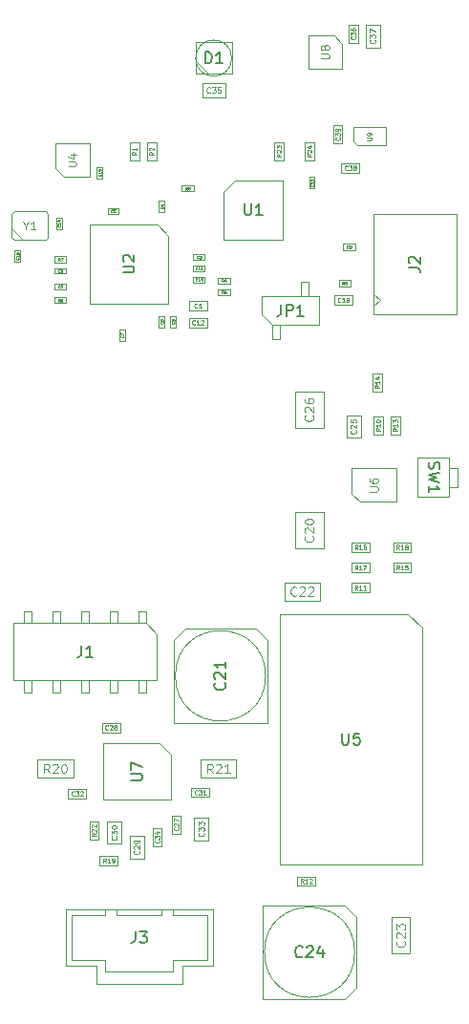
<source format=gbr>
%TF.GenerationSoftware,KiCad,Pcbnew,8.0.5*%
%TF.CreationDate,2024-09-27T18:29:33-04:00*%
%TF.ProjectId,oe-commutator-controller,6f652d63-6f6d-46d7-9574-61746f722d63,D*%
%TF.SameCoordinates,Original*%
%TF.FileFunction,AssemblyDrawing,Top*%
%FSLAX46Y46*%
G04 Gerber Fmt 4.6, Leading zero omitted, Abs format (unit mm)*
G04 Created by KiCad (PCBNEW 8.0.5) date 2024-09-27 18:29:33*
%MOMM*%
%LPD*%
G01*
G04 APERTURE LIST*
%ADD10C,0.040000*%
%ADD11C,0.150000*%
%ADD12C,0.060000*%
%ADD13C,0.080000*%
%ADD14C,0.120000*%
%ADD15C,0.110000*%
%ADD16C,0.105000*%
%ADD17C,0.100000*%
%ADD18C,0.020000*%
G04 APERTURE END LIST*
D10*
X124356667Y-80618200D02*
X124270000Y-80494391D01*
X124208095Y-80618200D02*
X124208095Y-80358200D01*
X124208095Y-80358200D02*
X124307143Y-80358200D01*
X124307143Y-80358200D02*
X124331905Y-80370581D01*
X124331905Y-80370581D02*
X124344286Y-80382962D01*
X124344286Y-80382962D02*
X124356667Y-80407724D01*
X124356667Y-80407724D02*
X124356667Y-80444867D01*
X124356667Y-80444867D02*
X124344286Y-80469629D01*
X124344286Y-80469629D02*
X124331905Y-80482010D01*
X124331905Y-80482010D02*
X124307143Y-80494391D01*
X124307143Y-80494391D02*
X124208095Y-80494391D01*
X124579524Y-80444867D02*
X124579524Y-80618200D01*
X124517619Y-80345820D02*
X124455714Y-80531534D01*
X124455714Y-80531534D02*
X124616667Y-80531534D01*
D11*
X111766666Y-112829819D02*
X111766666Y-113544104D01*
X111766666Y-113544104D02*
X111719047Y-113686961D01*
X111719047Y-113686961D02*
X111623809Y-113782200D01*
X111623809Y-113782200D02*
X111480952Y-113829819D01*
X111480952Y-113829819D02*
X111385714Y-113829819D01*
X112766666Y-113829819D02*
X112195238Y-113829819D01*
X112480952Y-113829819D02*
X112480952Y-112829819D01*
X112480952Y-112829819D02*
X112385714Y-112972676D01*
X112385714Y-112972676D02*
X112290476Y-113067914D01*
X112290476Y-113067914D02*
X112195238Y-113115533D01*
D12*
X134643832Y-67757142D02*
X134662880Y-67776190D01*
X134662880Y-67776190D02*
X134681927Y-67833332D01*
X134681927Y-67833332D02*
X134681927Y-67871428D01*
X134681927Y-67871428D02*
X134662880Y-67928571D01*
X134662880Y-67928571D02*
X134624784Y-67966666D01*
X134624784Y-67966666D02*
X134586689Y-67985713D01*
X134586689Y-67985713D02*
X134510499Y-68004761D01*
X134510499Y-68004761D02*
X134453356Y-68004761D01*
X134453356Y-68004761D02*
X134377165Y-67985713D01*
X134377165Y-67985713D02*
X134339070Y-67966666D01*
X134339070Y-67966666D02*
X134300975Y-67928571D01*
X134300975Y-67928571D02*
X134281927Y-67871428D01*
X134281927Y-67871428D02*
X134281927Y-67833332D01*
X134281927Y-67833332D02*
X134300975Y-67776190D01*
X134300975Y-67776190D02*
X134320022Y-67757142D01*
X134281927Y-67623809D02*
X134281927Y-67376190D01*
X134281927Y-67376190D02*
X134434308Y-67509523D01*
X134434308Y-67509523D02*
X134434308Y-67452380D01*
X134434308Y-67452380D02*
X134453356Y-67414285D01*
X134453356Y-67414285D02*
X134472403Y-67395237D01*
X134472403Y-67395237D02*
X134510499Y-67376190D01*
X134510499Y-67376190D02*
X134605737Y-67376190D01*
X134605737Y-67376190D02*
X134643832Y-67395237D01*
X134643832Y-67395237D02*
X134662880Y-67414285D01*
X134662880Y-67414285D02*
X134681927Y-67452380D01*
X134681927Y-67452380D02*
X134681927Y-67566666D01*
X134681927Y-67566666D02*
X134662880Y-67604761D01*
X134662880Y-67604761D02*
X134643832Y-67623809D01*
X134681927Y-67185714D02*
X134681927Y-67109523D01*
X134681927Y-67109523D02*
X134662880Y-67071428D01*
X134662880Y-67071428D02*
X134643832Y-67052380D01*
X134643832Y-67052380D02*
X134586689Y-67014285D01*
X134586689Y-67014285D02*
X134510499Y-66995238D01*
X134510499Y-66995238D02*
X134358118Y-66995238D01*
X134358118Y-66995238D02*
X134320022Y-67014285D01*
X134320022Y-67014285D02*
X134300975Y-67033333D01*
X134300975Y-67033333D02*
X134281927Y-67071428D01*
X134281927Y-67071428D02*
X134281927Y-67147619D01*
X134281927Y-67147619D02*
X134300975Y-67185714D01*
X134300975Y-67185714D02*
X134320022Y-67204761D01*
X134320022Y-67204761D02*
X134358118Y-67223809D01*
X134358118Y-67223809D02*
X134453356Y-67223809D01*
X134453356Y-67223809D02*
X134491451Y-67204761D01*
X134491451Y-67204761D02*
X134510499Y-67185714D01*
X134510499Y-67185714D02*
X134529546Y-67147619D01*
X134529546Y-67147619D02*
X134529546Y-67071428D01*
X134529546Y-67071428D02*
X134510499Y-67033333D01*
X134510499Y-67033333D02*
X134491451Y-67014285D01*
X134491451Y-67014285D02*
X134453356Y-66995238D01*
D10*
X135456667Y-77618200D02*
X135370000Y-77494391D01*
X135308095Y-77618200D02*
X135308095Y-77358200D01*
X135308095Y-77358200D02*
X135407143Y-77358200D01*
X135407143Y-77358200D02*
X135431905Y-77370581D01*
X135431905Y-77370581D02*
X135444286Y-77382962D01*
X135444286Y-77382962D02*
X135456667Y-77407724D01*
X135456667Y-77407724D02*
X135456667Y-77444867D01*
X135456667Y-77444867D02*
X135444286Y-77469629D01*
X135444286Y-77469629D02*
X135431905Y-77482010D01*
X135431905Y-77482010D02*
X135407143Y-77494391D01*
X135407143Y-77494391D02*
X135308095Y-77494391D01*
X135580476Y-77618200D02*
X135630000Y-77618200D01*
X135630000Y-77618200D02*
X135654762Y-77605820D01*
X135654762Y-77605820D02*
X135667143Y-77593439D01*
X135667143Y-77593439D02*
X135691905Y-77556296D01*
X135691905Y-77556296D02*
X135704286Y-77506772D01*
X135704286Y-77506772D02*
X135704286Y-77407724D01*
X135704286Y-77407724D02*
X135691905Y-77382962D01*
X135691905Y-77382962D02*
X135679524Y-77370581D01*
X135679524Y-77370581D02*
X135654762Y-77358200D01*
X135654762Y-77358200D02*
X135605238Y-77358200D01*
X135605238Y-77358200D02*
X135580476Y-77370581D01*
X135580476Y-77370581D02*
X135568095Y-77382962D01*
X135568095Y-77382962D02*
X135555714Y-77407724D01*
X135555714Y-77407724D02*
X135555714Y-77469629D01*
X135555714Y-77469629D02*
X135568095Y-77494391D01*
X135568095Y-77494391D02*
X135580476Y-77506772D01*
X135580476Y-77506772D02*
X135605238Y-77519153D01*
X135605238Y-77519153D02*
X135654762Y-77519153D01*
X135654762Y-77519153D02*
X135679524Y-77506772D01*
X135679524Y-77506772D02*
X135691905Y-77494391D01*
X135691905Y-77494391D02*
X135704286Y-77469629D01*
X106189765Y-78460714D02*
X106201670Y-78472618D01*
X106201670Y-78472618D02*
X106213574Y-78508333D01*
X106213574Y-78508333D02*
X106213574Y-78532142D01*
X106213574Y-78532142D02*
X106201670Y-78567856D01*
X106201670Y-78567856D02*
X106177860Y-78591666D01*
X106177860Y-78591666D02*
X106154050Y-78603571D01*
X106154050Y-78603571D02*
X106106431Y-78615475D01*
X106106431Y-78615475D02*
X106070717Y-78615475D01*
X106070717Y-78615475D02*
X106023098Y-78603571D01*
X106023098Y-78603571D02*
X105999289Y-78591666D01*
X105999289Y-78591666D02*
X105975479Y-78567856D01*
X105975479Y-78567856D02*
X105963574Y-78532142D01*
X105963574Y-78532142D02*
X105963574Y-78508333D01*
X105963574Y-78508333D02*
X105975479Y-78472618D01*
X105975479Y-78472618D02*
X105987384Y-78460714D01*
X106213574Y-78222618D02*
X106213574Y-78365475D01*
X106213574Y-78294047D02*
X105963574Y-78294047D01*
X105963574Y-78294047D02*
X105999289Y-78317856D01*
X105999289Y-78317856D02*
X106023098Y-78341666D01*
X106023098Y-78341666D02*
X106035003Y-78365475D01*
X105963574Y-77996428D02*
X105963574Y-78115476D01*
X105963574Y-78115476D02*
X106082622Y-78127380D01*
X106082622Y-78127380D02*
X106070717Y-78115476D01*
X106070717Y-78115476D02*
X106058812Y-78091666D01*
X106058812Y-78091666D02*
X106058812Y-78032142D01*
X106058812Y-78032142D02*
X106070717Y-78008333D01*
X106070717Y-78008333D02*
X106082622Y-77996428D01*
X106082622Y-77996428D02*
X106106431Y-77984523D01*
X106106431Y-77984523D02*
X106165955Y-77984523D01*
X106165955Y-77984523D02*
X106189765Y-77996428D01*
X106189765Y-77996428D02*
X106201670Y-78008333D01*
X106201670Y-78008333D02*
X106213574Y-78032142D01*
X106213574Y-78032142D02*
X106213574Y-78091666D01*
X106213574Y-78091666D02*
X106201670Y-78115476D01*
X106201670Y-78115476D02*
X106189765Y-78127380D01*
X109858333Y-79689765D02*
X109846429Y-79701670D01*
X109846429Y-79701670D02*
X109810714Y-79713574D01*
X109810714Y-79713574D02*
X109786905Y-79713574D01*
X109786905Y-79713574D02*
X109751191Y-79701670D01*
X109751191Y-79701670D02*
X109727381Y-79677860D01*
X109727381Y-79677860D02*
X109715476Y-79654050D01*
X109715476Y-79654050D02*
X109703572Y-79606431D01*
X109703572Y-79606431D02*
X109703572Y-79570717D01*
X109703572Y-79570717D02*
X109715476Y-79523098D01*
X109715476Y-79523098D02*
X109727381Y-79499289D01*
X109727381Y-79499289D02*
X109751191Y-79475479D01*
X109751191Y-79475479D02*
X109786905Y-79463574D01*
X109786905Y-79463574D02*
X109810714Y-79463574D01*
X109810714Y-79463574D02*
X109846429Y-79475479D01*
X109846429Y-79475479D02*
X109858333Y-79487384D01*
X110072619Y-79463574D02*
X110025000Y-79463574D01*
X110025000Y-79463574D02*
X110001191Y-79475479D01*
X110001191Y-79475479D02*
X109989286Y-79487384D01*
X109989286Y-79487384D02*
X109965476Y-79523098D01*
X109965476Y-79523098D02*
X109953572Y-79570717D01*
X109953572Y-79570717D02*
X109953572Y-79665955D01*
X109953572Y-79665955D02*
X109965476Y-79689765D01*
X109965476Y-79689765D02*
X109977381Y-79701670D01*
X109977381Y-79701670D02*
X110001191Y-79713574D01*
X110001191Y-79713574D02*
X110048810Y-79713574D01*
X110048810Y-79713574D02*
X110072619Y-79701670D01*
X110072619Y-79701670D02*
X110084524Y-79689765D01*
X110084524Y-79689765D02*
X110096429Y-79665955D01*
X110096429Y-79665955D02*
X110096429Y-79606431D01*
X110096429Y-79606431D02*
X110084524Y-79582622D01*
X110084524Y-79582622D02*
X110072619Y-79570717D01*
X110072619Y-79570717D02*
X110048810Y-79558812D01*
X110048810Y-79558812D02*
X110001191Y-79558812D01*
X110001191Y-79558812D02*
X109977381Y-79570717D01*
X109977381Y-79570717D02*
X109965476Y-79582622D01*
X109965476Y-79582622D02*
X109953572Y-79606431D01*
D12*
X116681927Y-69066666D02*
X116491451Y-69199999D01*
X116681927Y-69295237D02*
X116281927Y-69295237D01*
X116281927Y-69295237D02*
X116281927Y-69142856D01*
X116281927Y-69142856D02*
X116300975Y-69104761D01*
X116300975Y-69104761D02*
X116320022Y-69085714D01*
X116320022Y-69085714D02*
X116358118Y-69066666D01*
X116358118Y-69066666D02*
X116415260Y-69066666D01*
X116415260Y-69066666D02*
X116453356Y-69085714D01*
X116453356Y-69085714D02*
X116472403Y-69104761D01*
X116472403Y-69104761D02*
X116491451Y-69142856D01*
X116491451Y-69142856D02*
X116491451Y-69295237D01*
X116681927Y-68685714D02*
X116681927Y-68914285D01*
X116681927Y-68799999D02*
X116281927Y-68799999D01*
X116281927Y-68799999D02*
X116339070Y-68838095D01*
X116339070Y-68838095D02*
X116377165Y-68876190D01*
X116377165Y-68876190D02*
X116396213Y-68914285D01*
D13*
X114879530Y-129721428D02*
X114903340Y-129745237D01*
X114903340Y-129745237D02*
X114927149Y-129816666D01*
X114927149Y-129816666D02*
X114927149Y-129864285D01*
X114927149Y-129864285D02*
X114903340Y-129935713D01*
X114903340Y-129935713D02*
X114855720Y-129983332D01*
X114855720Y-129983332D02*
X114808101Y-130007142D01*
X114808101Y-130007142D02*
X114712863Y-130030951D01*
X114712863Y-130030951D02*
X114641435Y-130030951D01*
X114641435Y-130030951D02*
X114546197Y-130007142D01*
X114546197Y-130007142D02*
X114498578Y-129983332D01*
X114498578Y-129983332D02*
X114450959Y-129935713D01*
X114450959Y-129935713D02*
X114427149Y-129864285D01*
X114427149Y-129864285D02*
X114427149Y-129816666D01*
X114427149Y-129816666D02*
X114450959Y-129745237D01*
X114450959Y-129745237D02*
X114474768Y-129721428D01*
X114427149Y-129554761D02*
X114427149Y-129245237D01*
X114427149Y-129245237D02*
X114617625Y-129411904D01*
X114617625Y-129411904D02*
X114617625Y-129340475D01*
X114617625Y-129340475D02*
X114641435Y-129292856D01*
X114641435Y-129292856D02*
X114665244Y-129269047D01*
X114665244Y-129269047D02*
X114712863Y-129245237D01*
X114712863Y-129245237D02*
X114831911Y-129245237D01*
X114831911Y-129245237D02*
X114879530Y-129269047D01*
X114879530Y-129269047D02*
X114903340Y-129292856D01*
X114903340Y-129292856D02*
X114927149Y-129340475D01*
X114927149Y-129340475D02*
X114927149Y-129483332D01*
X114927149Y-129483332D02*
X114903340Y-129530951D01*
X114903340Y-129530951D02*
X114879530Y-129554761D01*
X114427149Y-128935714D02*
X114427149Y-128888095D01*
X114427149Y-128888095D02*
X114450959Y-128840476D01*
X114450959Y-128840476D02*
X114474768Y-128816666D01*
X114474768Y-128816666D02*
X114522387Y-128792857D01*
X114522387Y-128792857D02*
X114617625Y-128769047D01*
X114617625Y-128769047D02*
X114736673Y-128769047D01*
X114736673Y-128769047D02*
X114831911Y-128792857D01*
X114831911Y-128792857D02*
X114879530Y-128816666D01*
X114879530Y-128816666D02*
X114903340Y-128840476D01*
X114903340Y-128840476D02*
X114927149Y-128888095D01*
X114927149Y-128888095D02*
X114927149Y-128935714D01*
X114927149Y-128935714D02*
X114903340Y-128983333D01*
X114903340Y-128983333D02*
X114879530Y-129007142D01*
X114879530Y-129007142D02*
X114831911Y-129030952D01*
X114831911Y-129030952D02*
X114736673Y-129054761D01*
X114736673Y-129054761D02*
X114617625Y-129054761D01*
X114617625Y-129054761D02*
X114522387Y-129030952D01*
X114522387Y-129030952D02*
X114474768Y-129007142D01*
X114474768Y-129007142D02*
X114450959Y-128983333D01*
X114450959Y-128983333D02*
X114427149Y-128935714D01*
D12*
X136242857Y-107881927D02*
X136109524Y-107691451D01*
X136014286Y-107881927D02*
X136014286Y-107481927D01*
X136014286Y-107481927D02*
X136166667Y-107481927D01*
X136166667Y-107481927D02*
X136204762Y-107500975D01*
X136204762Y-107500975D02*
X136223809Y-107520022D01*
X136223809Y-107520022D02*
X136242857Y-107558118D01*
X136242857Y-107558118D02*
X136242857Y-107615260D01*
X136242857Y-107615260D02*
X136223809Y-107653356D01*
X136223809Y-107653356D02*
X136204762Y-107672403D01*
X136204762Y-107672403D02*
X136166667Y-107691451D01*
X136166667Y-107691451D02*
X136014286Y-107691451D01*
X136623809Y-107881927D02*
X136395238Y-107881927D01*
X136509524Y-107881927D02*
X136509524Y-107481927D01*
X136509524Y-107481927D02*
X136471428Y-107539070D01*
X136471428Y-107539070D02*
X136433333Y-107577165D01*
X136433333Y-107577165D02*
X136395238Y-107596213D01*
X137004761Y-107881927D02*
X136776190Y-107881927D01*
X136890476Y-107881927D02*
X136890476Y-107481927D01*
X136890476Y-107481927D02*
X136852380Y-107539070D01*
X136852380Y-107539070D02*
X136814285Y-107577165D01*
X136814285Y-107577165D02*
X136776190Y-107596213D01*
X138181927Y-89757142D02*
X137991451Y-89890475D01*
X138181927Y-89985713D02*
X137781927Y-89985713D01*
X137781927Y-89985713D02*
X137781927Y-89833332D01*
X137781927Y-89833332D02*
X137800975Y-89795237D01*
X137800975Y-89795237D02*
X137820022Y-89776190D01*
X137820022Y-89776190D02*
X137858118Y-89757142D01*
X137858118Y-89757142D02*
X137915260Y-89757142D01*
X137915260Y-89757142D02*
X137953356Y-89776190D01*
X137953356Y-89776190D02*
X137972403Y-89795237D01*
X137972403Y-89795237D02*
X137991451Y-89833332D01*
X137991451Y-89833332D02*
X137991451Y-89985713D01*
X138181927Y-89376190D02*
X138181927Y-89604761D01*
X138181927Y-89490475D02*
X137781927Y-89490475D01*
X137781927Y-89490475D02*
X137839070Y-89528571D01*
X137839070Y-89528571D02*
X137877165Y-89566666D01*
X137877165Y-89566666D02*
X137896213Y-89604761D01*
X137915260Y-89033333D02*
X138181927Y-89033333D01*
X137762880Y-89128571D02*
X138048594Y-89223809D01*
X138048594Y-89223809D02*
X138048594Y-88976190D01*
X132181927Y-69257142D02*
X131991451Y-69390475D01*
X132181927Y-69485713D02*
X131781927Y-69485713D01*
X131781927Y-69485713D02*
X131781927Y-69333332D01*
X131781927Y-69333332D02*
X131800975Y-69295237D01*
X131800975Y-69295237D02*
X131820022Y-69276190D01*
X131820022Y-69276190D02*
X131858118Y-69257142D01*
X131858118Y-69257142D02*
X131915260Y-69257142D01*
X131915260Y-69257142D02*
X131953356Y-69276190D01*
X131953356Y-69276190D02*
X131972403Y-69295237D01*
X131972403Y-69295237D02*
X131991451Y-69333332D01*
X131991451Y-69333332D02*
X131991451Y-69485713D01*
X131820022Y-69104761D02*
X131800975Y-69085713D01*
X131800975Y-69085713D02*
X131781927Y-69047618D01*
X131781927Y-69047618D02*
X131781927Y-68952380D01*
X131781927Y-68952380D02*
X131800975Y-68914285D01*
X131800975Y-68914285D02*
X131820022Y-68895237D01*
X131820022Y-68895237D02*
X131858118Y-68876190D01*
X131858118Y-68876190D02*
X131896213Y-68876190D01*
X131896213Y-68876190D02*
X131953356Y-68895237D01*
X131953356Y-68895237D02*
X132181927Y-69123809D01*
X132181927Y-69123809D02*
X132181927Y-68876190D01*
X131915260Y-68533333D02*
X132181927Y-68533333D01*
X131762880Y-68628571D02*
X132048594Y-68723809D01*
X132048594Y-68723809D02*
X132048594Y-68476190D01*
D10*
X118989765Y-73941666D02*
X119001670Y-73953570D01*
X119001670Y-73953570D02*
X119013574Y-73989285D01*
X119013574Y-73989285D02*
X119013574Y-74013094D01*
X119013574Y-74013094D02*
X119001670Y-74048808D01*
X119001670Y-74048808D02*
X118977860Y-74072618D01*
X118977860Y-74072618D02*
X118954050Y-74084523D01*
X118954050Y-74084523D02*
X118906431Y-74096427D01*
X118906431Y-74096427D02*
X118870717Y-74096427D01*
X118870717Y-74096427D02*
X118823098Y-74084523D01*
X118823098Y-74084523D02*
X118799289Y-74072618D01*
X118799289Y-74072618D02*
X118775479Y-74048808D01*
X118775479Y-74048808D02*
X118763574Y-74013094D01*
X118763574Y-74013094D02*
X118763574Y-73989285D01*
X118763574Y-73989285D02*
X118775479Y-73953570D01*
X118775479Y-73953570D02*
X118787384Y-73941666D01*
X118846908Y-73727380D02*
X119013574Y-73727380D01*
X118751670Y-73786904D02*
X118930241Y-73846427D01*
X118930241Y-73846427D02*
X118930241Y-73691666D01*
D12*
X139781927Y-93557142D02*
X139591451Y-93690475D01*
X139781927Y-93785713D02*
X139381927Y-93785713D01*
X139381927Y-93785713D02*
X139381927Y-93633332D01*
X139381927Y-93633332D02*
X139400975Y-93595237D01*
X139400975Y-93595237D02*
X139420022Y-93576190D01*
X139420022Y-93576190D02*
X139458118Y-93557142D01*
X139458118Y-93557142D02*
X139515260Y-93557142D01*
X139515260Y-93557142D02*
X139553356Y-93576190D01*
X139553356Y-93576190D02*
X139572403Y-93595237D01*
X139572403Y-93595237D02*
X139591451Y-93633332D01*
X139591451Y-93633332D02*
X139591451Y-93785713D01*
X139781927Y-93176190D02*
X139781927Y-93404761D01*
X139781927Y-93290475D02*
X139381927Y-93290475D01*
X139381927Y-93290475D02*
X139439070Y-93328571D01*
X139439070Y-93328571D02*
X139477165Y-93366666D01*
X139477165Y-93366666D02*
X139496213Y-93404761D01*
X139381927Y-93042857D02*
X139381927Y-92795238D01*
X139381927Y-92795238D02*
X139534308Y-92928571D01*
X139534308Y-92928571D02*
X139534308Y-92871428D01*
X139534308Y-92871428D02*
X139553356Y-92833333D01*
X139553356Y-92833333D02*
X139572403Y-92814285D01*
X139572403Y-92814285D02*
X139610499Y-92795238D01*
X139610499Y-92795238D02*
X139705737Y-92795238D01*
X139705737Y-92795238D02*
X139743832Y-92814285D01*
X139743832Y-92814285D02*
X139762880Y-92833333D01*
X139762880Y-92833333D02*
X139781927Y-92871428D01*
X139781927Y-92871428D02*
X139781927Y-92985714D01*
X139781927Y-92985714D02*
X139762880Y-93023809D01*
X139762880Y-93023809D02*
X139743832Y-93042857D01*
X139942857Y-106081927D02*
X139809524Y-105891451D01*
X139714286Y-106081927D02*
X139714286Y-105681927D01*
X139714286Y-105681927D02*
X139866667Y-105681927D01*
X139866667Y-105681927D02*
X139904762Y-105700975D01*
X139904762Y-105700975D02*
X139923809Y-105720022D01*
X139923809Y-105720022D02*
X139942857Y-105758118D01*
X139942857Y-105758118D02*
X139942857Y-105815260D01*
X139942857Y-105815260D02*
X139923809Y-105853356D01*
X139923809Y-105853356D02*
X139904762Y-105872403D01*
X139904762Y-105872403D02*
X139866667Y-105891451D01*
X139866667Y-105891451D02*
X139714286Y-105891451D01*
X140323809Y-106081927D02*
X140095238Y-106081927D01*
X140209524Y-106081927D02*
X140209524Y-105681927D01*
X140209524Y-105681927D02*
X140171428Y-105739070D01*
X140171428Y-105739070D02*
X140133333Y-105777165D01*
X140133333Y-105777165D02*
X140095238Y-105796213D01*
X140685714Y-105681927D02*
X140495238Y-105681927D01*
X140495238Y-105681927D02*
X140476190Y-105872403D01*
X140476190Y-105872403D02*
X140495238Y-105853356D01*
X140495238Y-105853356D02*
X140533333Y-105834308D01*
X140533333Y-105834308D02*
X140628571Y-105834308D01*
X140628571Y-105834308D02*
X140666666Y-105853356D01*
X140666666Y-105853356D02*
X140685714Y-105872403D01*
X140685714Y-105872403D02*
X140704761Y-105910499D01*
X140704761Y-105910499D02*
X140704761Y-106005737D01*
X140704761Y-106005737D02*
X140685714Y-106043832D01*
X140685714Y-106043832D02*
X140666666Y-106062880D01*
X140666666Y-106062880D02*
X140628571Y-106081927D01*
X140628571Y-106081927D02*
X140533333Y-106081927D01*
X140533333Y-106081927D02*
X140495238Y-106062880D01*
X140495238Y-106062880D02*
X140476190Y-106043832D01*
D10*
X122039285Y-79489765D02*
X122027381Y-79501670D01*
X122027381Y-79501670D02*
X121991666Y-79513574D01*
X121991666Y-79513574D02*
X121967857Y-79513574D01*
X121967857Y-79513574D02*
X121932143Y-79501670D01*
X121932143Y-79501670D02*
X121908333Y-79477860D01*
X121908333Y-79477860D02*
X121896428Y-79454050D01*
X121896428Y-79454050D02*
X121884524Y-79406431D01*
X121884524Y-79406431D02*
X121884524Y-79370717D01*
X121884524Y-79370717D02*
X121896428Y-79323098D01*
X121896428Y-79323098D02*
X121908333Y-79299289D01*
X121908333Y-79299289D02*
X121932143Y-79275479D01*
X121932143Y-79275479D02*
X121967857Y-79263574D01*
X121967857Y-79263574D02*
X121991666Y-79263574D01*
X121991666Y-79263574D02*
X122027381Y-79275479D01*
X122027381Y-79275479D02*
X122039285Y-79287384D01*
X122277381Y-79513574D02*
X122134524Y-79513574D01*
X122205952Y-79513574D02*
X122205952Y-79263574D01*
X122205952Y-79263574D02*
X122182143Y-79299289D01*
X122182143Y-79299289D02*
X122158333Y-79323098D01*
X122158333Y-79323098D02*
X122134524Y-79335003D01*
X122515476Y-79513574D02*
X122372619Y-79513574D01*
X122444047Y-79513574D02*
X122444047Y-79263574D01*
X122444047Y-79263574D02*
X122420238Y-79299289D01*
X122420238Y-79299289D02*
X122396428Y-79323098D01*
X122396428Y-79323098D02*
X122372619Y-79335003D01*
X114558333Y-74389765D02*
X114546429Y-74401670D01*
X114546429Y-74401670D02*
X114510714Y-74413574D01*
X114510714Y-74413574D02*
X114486905Y-74413574D01*
X114486905Y-74413574D02*
X114451191Y-74401670D01*
X114451191Y-74401670D02*
X114427381Y-74377860D01*
X114427381Y-74377860D02*
X114415476Y-74354050D01*
X114415476Y-74354050D02*
X114403572Y-74306431D01*
X114403572Y-74306431D02*
X114403572Y-74270717D01*
X114403572Y-74270717D02*
X114415476Y-74223098D01*
X114415476Y-74223098D02*
X114427381Y-74199289D01*
X114427381Y-74199289D02*
X114451191Y-74175479D01*
X114451191Y-74175479D02*
X114486905Y-74163574D01*
X114486905Y-74163574D02*
X114510714Y-74163574D01*
X114510714Y-74163574D02*
X114546429Y-74175479D01*
X114546429Y-74175479D02*
X114558333Y-74187384D01*
X114784524Y-74163574D02*
X114665476Y-74163574D01*
X114665476Y-74163574D02*
X114653572Y-74282622D01*
X114653572Y-74282622D02*
X114665476Y-74270717D01*
X114665476Y-74270717D02*
X114689286Y-74258812D01*
X114689286Y-74258812D02*
X114748810Y-74258812D01*
X114748810Y-74258812D02*
X114772619Y-74270717D01*
X114772619Y-74270717D02*
X114784524Y-74282622D01*
X114784524Y-74282622D02*
X114796429Y-74306431D01*
X114796429Y-74306431D02*
X114796429Y-74365955D01*
X114796429Y-74365955D02*
X114784524Y-74389765D01*
X114784524Y-74389765D02*
X114772619Y-74401670D01*
X114772619Y-74401670D02*
X114748810Y-74413574D01*
X114748810Y-74413574D02*
X114689286Y-74413574D01*
X114689286Y-74413574D02*
X114665476Y-74401670D01*
X114665476Y-74401670D02*
X114653572Y-74389765D01*
D14*
X132287664Y-92414285D02*
X132325760Y-92452381D01*
X132325760Y-92452381D02*
X132363855Y-92566666D01*
X132363855Y-92566666D02*
X132363855Y-92642857D01*
X132363855Y-92642857D02*
X132325760Y-92757143D01*
X132325760Y-92757143D02*
X132249569Y-92833333D01*
X132249569Y-92833333D02*
X132173379Y-92871428D01*
X132173379Y-92871428D02*
X132020998Y-92909524D01*
X132020998Y-92909524D02*
X131906712Y-92909524D01*
X131906712Y-92909524D02*
X131754331Y-92871428D01*
X131754331Y-92871428D02*
X131678140Y-92833333D01*
X131678140Y-92833333D02*
X131601950Y-92757143D01*
X131601950Y-92757143D02*
X131563855Y-92642857D01*
X131563855Y-92642857D02*
X131563855Y-92566666D01*
X131563855Y-92566666D02*
X131601950Y-92452381D01*
X131601950Y-92452381D02*
X131640045Y-92414285D01*
X131640045Y-92109524D02*
X131601950Y-92071428D01*
X131601950Y-92071428D02*
X131563855Y-91995238D01*
X131563855Y-91995238D02*
X131563855Y-91804762D01*
X131563855Y-91804762D02*
X131601950Y-91728571D01*
X131601950Y-91728571D02*
X131640045Y-91690476D01*
X131640045Y-91690476D02*
X131716236Y-91652381D01*
X131716236Y-91652381D02*
X131792426Y-91652381D01*
X131792426Y-91652381D02*
X131906712Y-91690476D01*
X131906712Y-91690476D02*
X132363855Y-92147619D01*
X132363855Y-92147619D02*
X132363855Y-91652381D01*
X131563855Y-90966666D02*
X131563855Y-91119047D01*
X131563855Y-91119047D02*
X131601950Y-91195238D01*
X131601950Y-91195238D02*
X131640045Y-91233333D01*
X131640045Y-91233333D02*
X131754331Y-91309523D01*
X131754331Y-91309523D02*
X131906712Y-91347619D01*
X131906712Y-91347619D02*
X132211474Y-91347619D01*
X132211474Y-91347619D02*
X132287664Y-91309523D01*
X132287664Y-91309523D02*
X132325760Y-91271428D01*
X132325760Y-91271428D02*
X132363855Y-91195238D01*
X132363855Y-91195238D02*
X132363855Y-91042857D01*
X132363855Y-91042857D02*
X132325760Y-90966666D01*
X132325760Y-90966666D02*
X132287664Y-90928571D01*
X132287664Y-90928571D02*
X132211474Y-90890476D01*
X132211474Y-90890476D02*
X132020998Y-90890476D01*
X132020998Y-90890476D02*
X131944807Y-90928571D01*
X131944807Y-90928571D02*
X131906712Y-90966666D01*
X131906712Y-90966666D02*
X131868617Y-91042857D01*
X131868617Y-91042857D02*
X131868617Y-91195238D01*
X131868617Y-91195238D02*
X131906712Y-91271428D01*
X131906712Y-91271428D02*
X131944807Y-91309523D01*
X131944807Y-91309523D02*
X132020998Y-91347619D01*
D10*
X119989765Y-84141666D02*
X120001670Y-84153570D01*
X120001670Y-84153570D02*
X120013574Y-84189285D01*
X120013574Y-84189285D02*
X120013574Y-84213094D01*
X120013574Y-84213094D02*
X120001670Y-84248808D01*
X120001670Y-84248808D02*
X119977860Y-84272618D01*
X119977860Y-84272618D02*
X119954050Y-84284523D01*
X119954050Y-84284523D02*
X119906431Y-84296427D01*
X119906431Y-84296427D02*
X119870717Y-84296427D01*
X119870717Y-84296427D02*
X119823098Y-84284523D01*
X119823098Y-84284523D02*
X119799289Y-84272618D01*
X119799289Y-84272618D02*
X119775479Y-84248808D01*
X119775479Y-84248808D02*
X119763574Y-84213094D01*
X119763574Y-84213094D02*
X119763574Y-84189285D01*
X119763574Y-84189285D02*
X119775479Y-84153570D01*
X119775479Y-84153570D02*
X119787384Y-84141666D01*
X120013574Y-84022618D02*
X120013574Y-83974999D01*
X120013574Y-83974999D02*
X120001670Y-83951189D01*
X120001670Y-83951189D02*
X119989765Y-83939285D01*
X119989765Y-83939285D02*
X119954050Y-83915475D01*
X119954050Y-83915475D02*
X119906431Y-83903570D01*
X119906431Y-83903570D02*
X119811193Y-83903570D01*
X119811193Y-83903570D02*
X119787384Y-83915475D01*
X119787384Y-83915475D02*
X119775479Y-83927380D01*
X119775479Y-83927380D02*
X119763574Y-83951189D01*
X119763574Y-83951189D02*
X119763574Y-83998808D01*
X119763574Y-83998808D02*
X119775479Y-84022618D01*
X119775479Y-84022618D02*
X119787384Y-84034523D01*
X119787384Y-84034523D02*
X119811193Y-84046427D01*
X119811193Y-84046427D02*
X119870717Y-84046427D01*
X119870717Y-84046427D02*
X119894527Y-84034523D01*
X119894527Y-84034523D02*
X119906431Y-84022618D01*
X119906431Y-84022618D02*
X119918336Y-83998808D01*
X119918336Y-83998808D02*
X119918336Y-83951189D01*
X119918336Y-83951189D02*
X119906431Y-83927380D01*
X119906431Y-83927380D02*
X119894527Y-83915475D01*
X119894527Y-83915475D02*
X119870717Y-83903570D01*
X109889765Y-75560714D02*
X109901670Y-75572618D01*
X109901670Y-75572618D02*
X109913574Y-75608333D01*
X109913574Y-75608333D02*
X109913574Y-75632142D01*
X109913574Y-75632142D02*
X109901670Y-75667856D01*
X109901670Y-75667856D02*
X109877860Y-75691666D01*
X109877860Y-75691666D02*
X109854050Y-75703571D01*
X109854050Y-75703571D02*
X109806431Y-75715475D01*
X109806431Y-75715475D02*
X109770717Y-75715475D01*
X109770717Y-75715475D02*
X109723098Y-75703571D01*
X109723098Y-75703571D02*
X109699289Y-75691666D01*
X109699289Y-75691666D02*
X109675479Y-75667856D01*
X109675479Y-75667856D02*
X109663574Y-75632142D01*
X109663574Y-75632142D02*
X109663574Y-75608333D01*
X109663574Y-75608333D02*
X109675479Y-75572618D01*
X109675479Y-75572618D02*
X109687384Y-75560714D01*
X109913574Y-75322618D02*
X109913574Y-75465475D01*
X109913574Y-75394047D02*
X109663574Y-75394047D01*
X109663574Y-75394047D02*
X109699289Y-75417856D01*
X109699289Y-75417856D02*
X109723098Y-75441666D01*
X109723098Y-75441666D02*
X109735003Y-75465475D01*
X109746908Y-75108333D02*
X109913574Y-75108333D01*
X109651670Y-75167857D02*
X109830241Y-75227380D01*
X109830241Y-75227380D02*
X109830241Y-75072619D01*
X118989765Y-84141666D02*
X119001670Y-84153570D01*
X119001670Y-84153570D02*
X119013574Y-84189285D01*
X119013574Y-84189285D02*
X119013574Y-84213094D01*
X119013574Y-84213094D02*
X119001670Y-84248808D01*
X119001670Y-84248808D02*
X118977860Y-84272618D01*
X118977860Y-84272618D02*
X118954050Y-84284523D01*
X118954050Y-84284523D02*
X118906431Y-84296427D01*
X118906431Y-84296427D02*
X118870717Y-84296427D01*
X118870717Y-84296427D02*
X118823098Y-84284523D01*
X118823098Y-84284523D02*
X118799289Y-84272618D01*
X118799289Y-84272618D02*
X118775479Y-84248808D01*
X118775479Y-84248808D02*
X118763574Y-84213094D01*
X118763574Y-84213094D02*
X118763574Y-84189285D01*
X118763574Y-84189285D02*
X118775479Y-84153570D01*
X118775479Y-84153570D02*
X118787384Y-84141666D01*
X118870717Y-83998808D02*
X118858812Y-84022618D01*
X118858812Y-84022618D02*
X118846908Y-84034523D01*
X118846908Y-84034523D02*
X118823098Y-84046427D01*
X118823098Y-84046427D02*
X118811193Y-84046427D01*
X118811193Y-84046427D02*
X118787384Y-84034523D01*
X118787384Y-84034523D02*
X118775479Y-84022618D01*
X118775479Y-84022618D02*
X118763574Y-83998808D01*
X118763574Y-83998808D02*
X118763574Y-83951189D01*
X118763574Y-83951189D02*
X118775479Y-83927380D01*
X118775479Y-83927380D02*
X118787384Y-83915475D01*
X118787384Y-83915475D02*
X118811193Y-83903570D01*
X118811193Y-83903570D02*
X118823098Y-83903570D01*
X118823098Y-83903570D02*
X118846908Y-83915475D01*
X118846908Y-83915475D02*
X118858812Y-83927380D01*
X118858812Y-83927380D02*
X118870717Y-83951189D01*
X118870717Y-83951189D02*
X118870717Y-83998808D01*
X118870717Y-83998808D02*
X118882622Y-84022618D01*
X118882622Y-84022618D02*
X118894527Y-84034523D01*
X118894527Y-84034523D02*
X118918336Y-84046427D01*
X118918336Y-84046427D02*
X118965955Y-84046427D01*
X118965955Y-84046427D02*
X118989765Y-84034523D01*
X118989765Y-84034523D02*
X119001670Y-84022618D01*
X119001670Y-84022618D02*
X119013574Y-83998808D01*
X119013574Y-83998808D02*
X119013574Y-83951189D01*
X119013574Y-83951189D02*
X119001670Y-83927380D01*
X119001670Y-83927380D02*
X118989765Y-83915475D01*
X118989765Y-83915475D02*
X118965955Y-83903570D01*
X118965955Y-83903570D02*
X118918336Y-83903570D01*
X118918336Y-83903570D02*
X118894527Y-83915475D01*
X118894527Y-83915475D02*
X118882622Y-83927380D01*
X118882622Y-83927380D02*
X118870717Y-83951189D01*
X124356667Y-81618200D02*
X124270000Y-81494391D01*
X124208095Y-81618200D02*
X124208095Y-81358200D01*
X124208095Y-81358200D02*
X124307143Y-81358200D01*
X124307143Y-81358200D02*
X124331905Y-81370581D01*
X124331905Y-81370581D02*
X124344286Y-81382962D01*
X124344286Y-81382962D02*
X124356667Y-81407724D01*
X124356667Y-81407724D02*
X124356667Y-81444867D01*
X124356667Y-81444867D02*
X124344286Y-81469629D01*
X124344286Y-81469629D02*
X124331905Y-81482010D01*
X124331905Y-81482010D02*
X124307143Y-81494391D01*
X124307143Y-81494391D02*
X124208095Y-81494391D01*
X124579524Y-81358200D02*
X124530000Y-81358200D01*
X124530000Y-81358200D02*
X124505238Y-81370581D01*
X124505238Y-81370581D02*
X124492857Y-81382962D01*
X124492857Y-81382962D02*
X124468095Y-81420105D01*
X124468095Y-81420105D02*
X124455714Y-81469629D01*
X124455714Y-81469629D02*
X124455714Y-81568677D01*
X124455714Y-81568677D02*
X124468095Y-81593439D01*
X124468095Y-81593439D02*
X124480476Y-81605820D01*
X124480476Y-81605820D02*
X124505238Y-81618200D01*
X124505238Y-81618200D02*
X124554762Y-81618200D01*
X124554762Y-81618200D02*
X124579524Y-81605820D01*
X124579524Y-81605820D02*
X124591905Y-81593439D01*
X124591905Y-81593439D02*
X124604286Y-81568677D01*
X124604286Y-81568677D02*
X124604286Y-81506772D01*
X124604286Y-81506772D02*
X124591905Y-81482010D01*
X124591905Y-81482010D02*
X124579524Y-81469629D01*
X124579524Y-81469629D02*
X124554762Y-81457248D01*
X124554762Y-81457248D02*
X124505238Y-81457248D01*
X124505238Y-81457248D02*
X124480476Y-81469629D01*
X124480476Y-81469629D02*
X124468095Y-81482010D01*
X124468095Y-81482010D02*
X124455714Y-81506772D01*
D11*
X122761905Y-61204819D02*
X122761905Y-60204819D01*
X122761905Y-60204819D02*
X123000000Y-60204819D01*
X123000000Y-60204819D02*
X123142857Y-60252438D01*
X123142857Y-60252438D02*
X123238095Y-60347676D01*
X123238095Y-60347676D02*
X123285714Y-60442914D01*
X123285714Y-60442914D02*
X123333333Y-60633390D01*
X123333333Y-60633390D02*
X123333333Y-60776247D01*
X123333333Y-60776247D02*
X123285714Y-60966723D01*
X123285714Y-60966723D02*
X123238095Y-61061961D01*
X123238095Y-61061961D02*
X123142857Y-61157200D01*
X123142857Y-61157200D02*
X123000000Y-61204819D01*
X123000000Y-61204819D02*
X122761905Y-61204819D01*
X124285714Y-61204819D02*
X123714286Y-61204819D01*
X124000000Y-61204819D02*
X124000000Y-60204819D01*
X124000000Y-60204819D02*
X123904762Y-60347676D01*
X123904762Y-60347676D02*
X123809524Y-60442914D01*
X123809524Y-60442914D02*
X123714286Y-60490533D01*
D13*
X116879530Y-131021428D02*
X116903340Y-131045237D01*
X116903340Y-131045237D02*
X116927149Y-131116666D01*
X116927149Y-131116666D02*
X116927149Y-131164285D01*
X116927149Y-131164285D02*
X116903340Y-131235713D01*
X116903340Y-131235713D02*
X116855720Y-131283332D01*
X116855720Y-131283332D02*
X116808101Y-131307142D01*
X116808101Y-131307142D02*
X116712863Y-131330951D01*
X116712863Y-131330951D02*
X116641435Y-131330951D01*
X116641435Y-131330951D02*
X116546197Y-131307142D01*
X116546197Y-131307142D02*
X116498578Y-131283332D01*
X116498578Y-131283332D02*
X116450959Y-131235713D01*
X116450959Y-131235713D02*
X116427149Y-131164285D01*
X116427149Y-131164285D02*
X116427149Y-131116666D01*
X116427149Y-131116666D02*
X116450959Y-131045237D01*
X116450959Y-131045237D02*
X116474768Y-131021428D01*
X116474768Y-130830951D02*
X116450959Y-130807142D01*
X116450959Y-130807142D02*
X116427149Y-130759523D01*
X116427149Y-130759523D02*
X116427149Y-130640475D01*
X116427149Y-130640475D02*
X116450959Y-130592856D01*
X116450959Y-130592856D02*
X116474768Y-130569047D01*
X116474768Y-130569047D02*
X116522387Y-130545237D01*
X116522387Y-130545237D02*
X116570006Y-130545237D01*
X116570006Y-130545237D02*
X116641435Y-130569047D01*
X116641435Y-130569047D02*
X116927149Y-130854761D01*
X116927149Y-130854761D02*
X116927149Y-130545237D01*
X116927149Y-130307142D02*
X116927149Y-130211904D01*
X116927149Y-130211904D02*
X116903340Y-130164285D01*
X116903340Y-130164285D02*
X116879530Y-130140476D01*
X116879530Y-130140476D02*
X116808101Y-130092857D01*
X116808101Y-130092857D02*
X116712863Y-130069047D01*
X116712863Y-130069047D02*
X116522387Y-130069047D01*
X116522387Y-130069047D02*
X116474768Y-130092857D01*
X116474768Y-130092857D02*
X116450959Y-130116666D01*
X116450959Y-130116666D02*
X116427149Y-130164285D01*
X116427149Y-130164285D02*
X116427149Y-130259523D01*
X116427149Y-130259523D02*
X116450959Y-130307142D01*
X116450959Y-130307142D02*
X116474768Y-130330952D01*
X116474768Y-130330952D02*
X116522387Y-130354761D01*
X116522387Y-130354761D02*
X116641435Y-130354761D01*
X116641435Y-130354761D02*
X116689054Y-130330952D01*
X116689054Y-130330952D02*
X116712863Y-130307142D01*
X116712863Y-130307142D02*
X116736673Y-130259523D01*
X116736673Y-130259523D02*
X116736673Y-130164285D01*
X116736673Y-130164285D02*
X116712863Y-130116666D01*
X116712863Y-130116666D02*
X116689054Y-130092857D01*
X116689054Y-130092857D02*
X116641435Y-130069047D01*
D12*
X129481927Y-69257142D02*
X129291451Y-69390475D01*
X129481927Y-69485713D02*
X129081927Y-69485713D01*
X129081927Y-69485713D02*
X129081927Y-69333332D01*
X129081927Y-69333332D02*
X129100975Y-69295237D01*
X129100975Y-69295237D02*
X129120022Y-69276190D01*
X129120022Y-69276190D02*
X129158118Y-69257142D01*
X129158118Y-69257142D02*
X129215260Y-69257142D01*
X129215260Y-69257142D02*
X129253356Y-69276190D01*
X129253356Y-69276190D02*
X129272403Y-69295237D01*
X129272403Y-69295237D02*
X129291451Y-69333332D01*
X129291451Y-69333332D02*
X129291451Y-69485713D01*
X129120022Y-69104761D02*
X129100975Y-69085713D01*
X129100975Y-69085713D02*
X129081927Y-69047618D01*
X129081927Y-69047618D02*
X129081927Y-68952380D01*
X129081927Y-68952380D02*
X129100975Y-68914285D01*
X129100975Y-68914285D02*
X129120022Y-68895237D01*
X129120022Y-68895237D02*
X129158118Y-68876190D01*
X129158118Y-68876190D02*
X129196213Y-68876190D01*
X129196213Y-68876190D02*
X129253356Y-68895237D01*
X129253356Y-68895237D02*
X129481927Y-69123809D01*
X129481927Y-69123809D02*
X129481927Y-68876190D01*
X129081927Y-68742857D02*
X129081927Y-68495238D01*
X129081927Y-68495238D02*
X129234308Y-68628571D01*
X129234308Y-68628571D02*
X129234308Y-68571428D01*
X129234308Y-68571428D02*
X129253356Y-68533333D01*
X129253356Y-68533333D02*
X129272403Y-68514285D01*
X129272403Y-68514285D02*
X129310499Y-68495238D01*
X129310499Y-68495238D02*
X129405737Y-68495238D01*
X129405737Y-68495238D02*
X129443832Y-68514285D01*
X129443832Y-68514285D02*
X129462880Y-68533333D01*
X129462880Y-68533333D02*
X129481927Y-68571428D01*
X129481927Y-68571428D02*
X129481927Y-68685714D01*
X129481927Y-68685714D02*
X129462880Y-68723809D01*
X129462880Y-68723809D02*
X129443832Y-68742857D01*
X118181927Y-69066666D02*
X117991451Y-69199999D01*
X118181927Y-69295237D02*
X117781927Y-69295237D01*
X117781927Y-69295237D02*
X117781927Y-69142856D01*
X117781927Y-69142856D02*
X117800975Y-69104761D01*
X117800975Y-69104761D02*
X117820022Y-69085714D01*
X117820022Y-69085714D02*
X117858118Y-69066666D01*
X117858118Y-69066666D02*
X117915260Y-69066666D01*
X117915260Y-69066666D02*
X117953356Y-69085714D01*
X117953356Y-69085714D02*
X117972403Y-69104761D01*
X117972403Y-69104761D02*
X117991451Y-69142856D01*
X117991451Y-69142856D02*
X117991451Y-69295237D01*
X117820022Y-68914285D02*
X117800975Y-68895237D01*
X117800975Y-68895237D02*
X117781927Y-68857142D01*
X117781927Y-68857142D02*
X117781927Y-68761904D01*
X117781927Y-68761904D02*
X117800975Y-68723809D01*
X117800975Y-68723809D02*
X117820022Y-68704761D01*
X117820022Y-68704761D02*
X117858118Y-68685714D01*
X117858118Y-68685714D02*
X117896213Y-68685714D01*
X117896213Y-68685714D02*
X117953356Y-68704761D01*
X117953356Y-68704761D02*
X118181927Y-68933333D01*
X118181927Y-68933333D02*
X118181927Y-68685714D01*
D11*
X124459580Y-116142857D02*
X124507200Y-116190476D01*
X124507200Y-116190476D02*
X124554819Y-116333333D01*
X124554819Y-116333333D02*
X124554819Y-116428571D01*
X124554819Y-116428571D02*
X124507200Y-116571428D01*
X124507200Y-116571428D02*
X124411961Y-116666666D01*
X124411961Y-116666666D02*
X124316723Y-116714285D01*
X124316723Y-116714285D02*
X124126247Y-116761904D01*
X124126247Y-116761904D02*
X123983390Y-116761904D01*
X123983390Y-116761904D02*
X123792914Y-116714285D01*
X123792914Y-116714285D02*
X123697676Y-116666666D01*
X123697676Y-116666666D02*
X123602438Y-116571428D01*
X123602438Y-116571428D02*
X123554819Y-116428571D01*
X123554819Y-116428571D02*
X123554819Y-116333333D01*
X123554819Y-116333333D02*
X123602438Y-116190476D01*
X123602438Y-116190476D02*
X123650057Y-116142857D01*
X123650057Y-115761904D02*
X123602438Y-115714285D01*
X123602438Y-115714285D02*
X123554819Y-115619047D01*
X123554819Y-115619047D02*
X123554819Y-115380952D01*
X123554819Y-115380952D02*
X123602438Y-115285714D01*
X123602438Y-115285714D02*
X123650057Y-115238095D01*
X123650057Y-115238095D02*
X123745295Y-115190476D01*
X123745295Y-115190476D02*
X123840533Y-115190476D01*
X123840533Y-115190476D02*
X123983390Y-115238095D01*
X123983390Y-115238095D02*
X124554819Y-115809523D01*
X124554819Y-115809523D02*
X124554819Y-115190476D01*
X124554819Y-114238095D02*
X124554819Y-114809523D01*
X124554819Y-114523809D02*
X123554819Y-114523809D01*
X123554819Y-114523809D02*
X123697676Y-114619047D01*
X123697676Y-114619047D02*
X123792914Y-114714285D01*
X123792914Y-114714285D02*
X123840533Y-114809523D01*
D12*
X120343832Y-128957142D02*
X120362880Y-128976190D01*
X120362880Y-128976190D02*
X120381927Y-129033332D01*
X120381927Y-129033332D02*
X120381927Y-129071428D01*
X120381927Y-129071428D02*
X120362880Y-129128571D01*
X120362880Y-129128571D02*
X120324784Y-129166666D01*
X120324784Y-129166666D02*
X120286689Y-129185713D01*
X120286689Y-129185713D02*
X120210499Y-129204761D01*
X120210499Y-129204761D02*
X120153356Y-129204761D01*
X120153356Y-129204761D02*
X120077165Y-129185713D01*
X120077165Y-129185713D02*
X120039070Y-129166666D01*
X120039070Y-129166666D02*
X120000975Y-129128571D01*
X120000975Y-129128571D02*
X119981927Y-129071428D01*
X119981927Y-129071428D02*
X119981927Y-129033332D01*
X119981927Y-129033332D02*
X120000975Y-128976190D01*
X120000975Y-128976190D02*
X120020022Y-128957142D01*
X120020022Y-128804761D02*
X120000975Y-128785713D01*
X120000975Y-128785713D02*
X119981927Y-128747618D01*
X119981927Y-128747618D02*
X119981927Y-128652380D01*
X119981927Y-128652380D02*
X120000975Y-128614285D01*
X120000975Y-128614285D02*
X120020022Y-128595237D01*
X120020022Y-128595237D02*
X120058118Y-128576190D01*
X120058118Y-128576190D02*
X120096213Y-128576190D01*
X120096213Y-128576190D02*
X120153356Y-128595237D01*
X120153356Y-128595237D02*
X120381927Y-128823809D01*
X120381927Y-128823809D02*
X120381927Y-128576190D01*
X119981927Y-128442857D02*
X119981927Y-128176190D01*
X119981927Y-128176190D02*
X120381927Y-128347619D01*
D11*
X116154819Y-124761904D02*
X116964342Y-124761904D01*
X116964342Y-124761904D02*
X117059580Y-124714285D01*
X117059580Y-124714285D02*
X117107200Y-124666666D01*
X117107200Y-124666666D02*
X117154819Y-124571428D01*
X117154819Y-124571428D02*
X117154819Y-124380952D01*
X117154819Y-124380952D02*
X117107200Y-124285714D01*
X117107200Y-124285714D02*
X117059580Y-124238095D01*
X117059580Y-124238095D02*
X116964342Y-124190476D01*
X116964342Y-124190476D02*
X116154819Y-124190476D01*
X116154819Y-123809523D02*
X116154819Y-123142857D01*
X116154819Y-123142857D02*
X117154819Y-123571428D01*
D12*
X111155357Y-126093832D02*
X111136309Y-126112880D01*
X111136309Y-126112880D02*
X111079167Y-126131927D01*
X111079167Y-126131927D02*
X111041071Y-126131927D01*
X111041071Y-126131927D02*
X110983928Y-126112880D01*
X110983928Y-126112880D02*
X110945833Y-126074784D01*
X110945833Y-126074784D02*
X110926786Y-126036689D01*
X110926786Y-126036689D02*
X110907738Y-125960499D01*
X110907738Y-125960499D02*
X110907738Y-125903356D01*
X110907738Y-125903356D02*
X110926786Y-125827165D01*
X110926786Y-125827165D02*
X110945833Y-125789070D01*
X110945833Y-125789070D02*
X110983928Y-125750975D01*
X110983928Y-125750975D02*
X111041071Y-125731927D01*
X111041071Y-125731927D02*
X111079167Y-125731927D01*
X111079167Y-125731927D02*
X111136309Y-125750975D01*
X111136309Y-125750975D02*
X111155357Y-125770022D01*
X111288690Y-125731927D02*
X111536309Y-125731927D01*
X111536309Y-125731927D02*
X111402976Y-125884308D01*
X111402976Y-125884308D02*
X111460119Y-125884308D01*
X111460119Y-125884308D02*
X111498214Y-125903356D01*
X111498214Y-125903356D02*
X111517262Y-125922403D01*
X111517262Y-125922403D02*
X111536309Y-125960499D01*
X111536309Y-125960499D02*
X111536309Y-126055737D01*
X111536309Y-126055737D02*
X111517262Y-126093832D01*
X111517262Y-126093832D02*
X111498214Y-126112880D01*
X111498214Y-126112880D02*
X111460119Y-126131927D01*
X111460119Y-126131927D02*
X111345833Y-126131927D01*
X111345833Y-126131927D02*
X111307738Y-126112880D01*
X111307738Y-126112880D02*
X111288690Y-126093832D01*
X111688690Y-125770022D02*
X111707738Y-125750975D01*
X111707738Y-125750975D02*
X111745833Y-125731927D01*
X111745833Y-125731927D02*
X111841071Y-125731927D01*
X111841071Y-125731927D02*
X111879166Y-125750975D01*
X111879166Y-125750975D02*
X111898214Y-125770022D01*
X111898214Y-125770022D02*
X111917261Y-125808118D01*
X111917261Y-125808118D02*
X111917261Y-125846213D01*
X111917261Y-125846213D02*
X111898214Y-125903356D01*
X111898214Y-125903356D02*
X111669642Y-126131927D01*
X111669642Y-126131927D02*
X111917261Y-126131927D01*
D14*
X108935714Y-124113855D02*
X108669047Y-123732902D01*
X108478571Y-124113855D02*
X108478571Y-123313855D01*
X108478571Y-123313855D02*
X108783333Y-123313855D01*
X108783333Y-123313855D02*
X108859523Y-123351950D01*
X108859523Y-123351950D02*
X108897618Y-123390045D01*
X108897618Y-123390045D02*
X108935714Y-123466236D01*
X108935714Y-123466236D02*
X108935714Y-123580521D01*
X108935714Y-123580521D02*
X108897618Y-123656712D01*
X108897618Y-123656712D02*
X108859523Y-123694807D01*
X108859523Y-123694807D02*
X108783333Y-123732902D01*
X108783333Y-123732902D02*
X108478571Y-123732902D01*
X109240475Y-123390045D02*
X109278571Y-123351950D01*
X109278571Y-123351950D02*
X109354761Y-123313855D01*
X109354761Y-123313855D02*
X109545237Y-123313855D01*
X109545237Y-123313855D02*
X109621428Y-123351950D01*
X109621428Y-123351950D02*
X109659523Y-123390045D01*
X109659523Y-123390045D02*
X109697618Y-123466236D01*
X109697618Y-123466236D02*
X109697618Y-123542426D01*
X109697618Y-123542426D02*
X109659523Y-123656712D01*
X109659523Y-123656712D02*
X109202380Y-124113855D01*
X109202380Y-124113855D02*
X109697618Y-124113855D01*
X110192857Y-123313855D02*
X110269047Y-123313855D01*
X110269047Y-123313855D02*
X110345238Y-123351950D01*
X110345238Y-123351950D02*
X110383333Y-123390045D01*
X110383333Y-123390045D02*
X110421428Y-123466236D01*
X110421428Y-123466236D02*
X110459523Y-123618617D01*
X110459523Y-123618617D02*
X110459523Y-123809093D01*
X110459523Y-123809093D02*
X110421428Y-123961474D01*
X110421428Y-123961474D02*
X110383333Y-124037664D01*
X110383333Y-124037664D02*
X110345238Y-124075760D01*
X110345238Y-124075760D02*
X110269047Y-124113855D01*
X110269047Y-124113855D02*
X110192857Y-124113855D01*
X110192857Y-124113855D02*
X110116666Y-124075760D01*
X110116666Y-124075760D02*
X110078571Y-124037664D01*
X110078571Y-124037664D02*
X110040476Y-123961474D01*
X110040476Y-123961474D02*
X110002380Y-123809093D01*
X110002380Y-123809093D02*
X110002380Y-123618617D01*
X110002380Y-123618617D02*
X110040476Y-123466236D01*
X110040476Y-123466236D02*
X110078571Y-123390045D01*
X110078571Y-123390045D02*
X110116666Y-123351950D01*
X110116666Y-123351950D02*
X110192857Y-123313855D01*
D11*
X134888095Y-120604819D02*
X134888095Y-121414342D01*
X134888095Y-121414342D02*
X134935714Y-121509580D01*
X134935714Y-121509580D02*
X134983333Y-121557200D01*
X134983333Y-121557200D02*
X135078571Y-121604819D01*
X135078571Y-121604819D02*
X135269047Y-121604819D01*
X135269047Y-121604819D02*
X135364285Y-121557200D01*
X135364285Y-121557200D02*
X135411904Y-121509580D01*
X135411904Y-121509580D02*
X135459523Y-121414342D01*
X135459523Y-121414342D02*
X135459523Y-120604819D01*
X136411904Y-120604819D02*
X135935714Y-120604819D01*
X135935714Y-120604819D02*
X135888095Y-121081009D01*
X135888095Y-121081009D02*
X135935714Y-121033390D01*
X135935714Y-121033390D02*
X136030952Y-120985771D01*
X136030952Y-120985771D02*
X136269047Y-120985771D01*
X136269047Y-120985771D02*
X136364285Y-121033390D01*
X136364285Y-121033390D02*
X136411904Y-121081009D01*
X136411904Y-121081009D02*
X136459523Y-121176247D01*
X136459523Y-121176247D02*
X136459523Y-121414342D01*
X136459523Y-121414342D02*
X136411904Y-121509580D01*
X136411904Y-121509580D02*
X136364285Y-121557200D01*
X136364285Y-121557200D02*
X136269047Y-121604819D01*
X136269047Y-121604819D02*
X136030952Y-121604819D01*
X136030952Y-121604819D02*
X135935714Y-121557200D01*
X135935714Y-121557200D02*
X135888095Y-121509580D01*
D10*
X121156667Y-72418200D02*
X121070000Y-72294391D01*
X121008095Y-72418200D02*
X121008095Y-72158200D01*
X121008095Y-72158200D02*
X121107143Y-72158200D01*
X121107143Y-72158200D02*
X121131905Y-72170581D01*
X121131905Y-72170581D02*
X121144286Y-72182962D01*
X121144286Y-72182962D02*
X121156667Y-72207724D01*
X121156667Y-72207724D02*
X121156667Y-72244867D01*
X121156667Y-72244867D02*
X121144286Y-72269629D01*
X121144286Y-72269629D02*
X121131905Y-72282010D01*
X121131905Y-72282010D02*
X121107143Y-72294391D01*
X121107143Y-72294391D02*
X121008095Y-72294391D01*
X121391905Y-72158200D02*
X121268095Y-72158200D01*
X121268095Y-72158200D02*
X121255714Y-72282010D01*
X121255714Y-72282010D02*
X121268095Y-72269629D01*
X121268095Y-72269629D02*
X121292857Y-72257248D01*
X121292857Y-72257248D02*
X121354762Y-72257248D01*
X121354762Y-72257248D02*
X121379524Y-72269629D01*
X121379524Y-72269629D02*
X121391905Y-72282010D01*
X121391905Y-72282010D02*
X121404286Y-72306772D01*
X121404286Y-72306772D02*
X121404286Y-72368677D01*
X121404286Y-72368677D02*
X121391905Y-72393439D01*
X121391905Y-72393439D02*
X121379524Y-72405820D01*
X121379524Y-72405820D02*
X121354762Y-72418200D01*
X121354762Y-72418200D02*
X121292857Y-72418200D01*
X121292857Y-72418200D02*
X121268095Y-72405820D01*
X121268095Y-72405820D02*
X121255714Y-72393439D01*
D12*
X122033333Y-82843832D02*
X122014285Y-82862880D01*
X122014285Y-82862880D02*
X121957143Y-82881927D01*
X121957143Y-82881927D02*
X121919047Y-82881927D01*
X121919047Y-82881927D02*
X121861904Y-82862880D01*
X121861904Y-82862880D02*
X121823809Y-82824784D01*
X121823809Y-82824784D02*
X121804762Y-82786689D01*
X121804762Y-82786689D02*
X121785714Y-82710499D01*
X121785714Y-82710499D02*
X121785714Y-82653356D01*
X121785714Y-82653356D02*
X121804762Y-82577165D01*
X121804762Y-82577165D02*
X121823809Y-82539070D01*
X121823809Y-82539070D02*
X121861904Y-82500975D01*
X121861904Y-82500975D02*
X121919047Y-82481927D01*
X121919047Y-82481927D02*
X121957143Y-82481927D01*
X121957143Y-82481927D02*
X122014285Y-82500975D01*
X122014285Y-82500975D02*
X122033333Y-82520022D01*
X122414285Y-82881927D02*
X122185714Y-82881927D01*
X122300000Y-82881927D02*
X122300000Y-82481927D01*
X122300000Y-82481927D02*
X122261904Y-82539070D01*
X122261904Y-82539070D02*
X122223809Y-82577165D01*
X122223809Y-82577165D02*
X122185714Y-82596213D01*
X113081927Y-129457142D02*
X112891451Y-129590475D01*
X113081927Y-129685713D02*
X112681927Y-129685713D01*
X112681927Y-129685713D02*
X112681927Y-129533332D01*
X112681927Y-129533332D02*
X112700975Y-129495237D01*
X112700975Y-129495237D02*
X112720022Y-129476190D01*
X112720022Y-129476190D02*
X112758118Y-129457142D01*
X112758118Y-129457142D02*
X112815260Y-129457142D01*
X112815260Y-129457142D02*
X112853356Y-129476190D01*
X112853356Y-129476190D02*
X112872403Y-129495237D01*
X112872403Y-129495237D02*
X112891451Y-129533332D01*
X112891451Y-129533332D02*
X112891451Y-129685713D01*
X112720022Y-129304761D02*
X112700975Y-129285713D01*
X112700975Y-129285713D02*
X112681927Y-129247618D01*
X112681927Y-129247618D02*
X112681927Y-129152380D01*
X112681927Y-129152380D02*
X112700975Y-129114285D01*
X112700975Y-129114285D02*
X112720022Y-129095237D01*
X112720022Y-129095237D02*
X112758118Y-129076190D01*
X112758118Y-129076190D02*
X112796213Y-129076190D01*
X112796213Y-129076190D02*
X112853356Y-129095237D01*
X112853356Y-129095237D02*
X113081927Y-129323809D01*
X113081927Y-129323809D02*
X113081927Y-129076190D01*
X112720022Y-128923809D02*
X112700975Y-128904761D01*
X112700975Y-128904761D02*
X112681927Y-128866666D01*
X112681927Y-128866666D02*
X112681927Y-128771428D01*
X112681927Y-128771428D02*
X112700975Y-128733333D01*
X112700975Y-128733333D02*
X112720022Y-128714285D01*
X112720022Y-128714285D02*
X112758118Y-128695238D01*
X112758118Y-128695238D02*
X112796213Y-128695238D01*
X112796213Y-128695238D02*
X112853356Y-128714285D01*
X112853356Y-128714285D02*
X113081927Y-128942857D01*
X113081927Y-128942857D02*
X113081927Y-128695238D01*
D11*
X131357142Y-140359580D02*
X131309523Y-140407200D01*
X131309523Y-140407200D02*
X131166666Y-140454819D01*
X131166666Y-140454819D02*
X131071428Y-140454819D01*
X131071428Y-140454819D02*
X130928571Y-140407200D01*
X130928571Y-140407200D02*
X130833333Y-140311961D01*
X130833333Y-140311961D02*
X130785714Y-140216723D01*
X130785714Y-140216723D02*
X130738095Y-140026247D01*
X130738095Y-140026247D02*
X130738095Y-139883390D01*
X130738095Y-139883390D02*
X130785714Y-139692914D01*
X130785714Y-139692914D02*
X130833333Y-139597676D01*
X130833333Y-139597676D02*
X130928571Y-139502438D01*
X130928571Y-139502438D02*
X131071428Y-139454819D01*
X131071428Y-139454819D02*
X131166666Y-139454819D01*
X131166666Y-139454819D02*
X131309523Y-139502438D01*
X131309523Y-139502438D02*
X131357142Y-139550057D01*
X131738095Y-139550057D02*
X131785714Y-139502438D01*
X131785714Y-139502438D02*
X131880952Y-139454819D01*
X131880952Y-139454819D02*
X132119047Y-139454819D01*
X132119047Y-139454819D02*
X132214285Y-139502438D01*
X132214285Y-139502438D02*
X132261904Y-139550057D01*
X132261904Y-139550057D02*
X132309523Y-139645295D01*
X132309523Y-139645295D02*
X132309523Y-139740533D01*
X132309523Y-139740533D02*
X132261904Y-139883390D01*
X132261904Y-139883390D02*
X131690476Y-140454819D01*
X131690476Y-140454819D02*
X132309523Y-140454819D01*
X133166666Y-139788152D02*
X133166666Y-140454819D01*
X132928571Y-139407200D02*
X132690476Y-140121485D01*
X132690476Y-140121485D02*
X133309523Y-140121485D01*
D12*
X134742857Y-82343832D02*
X134723809Y-82362880D01*
X134723809Y-82362880D02*
X134666667Y-82381927D01*
X134666667Y-82381927D02*
X134628571Y-82381927D01*
X134628571Y-82381927D02*
X134571428Y-82362880D01*
X134571428Y-82362880D02*
X134533333Y-82324784D01*
X134533333Y-82324784D02*
X134514286Y-82286689D01*
X134514286Y-82286689D02*
X134495238Y-82210499D01*
X134495238Y-82210499D02*
X134495238Y-82153356D01*
X134495238Y-82153356D02*
X134514286Y-82077165D01*
X134514286Y-82077165D02*
X134533333Y-82039070D01*
X134533333Y-82039070D02*
X134571428Y-82000975D01*
X134571428Y-82000975D02*
X134628571Y-81981927D01*
X134628571Y-81981927D02*
X134666667Y-81981927D01*
X134666667Y-81981927D02*
X134723809Y-82000975D01*
X134723809Y-82000975D02*
X134742857Y-82020022D01*
X135123809Y-82381927D02*
X134895238Y-82381927D01*
X135009524Y-82381927D02*
X135009524Y-81981927D01*
X135009524Y-81981927D02*
X134971428Y-82039070D01*
X134971428Y-82039070D02*
X134933333Y-82077165D01*
X134933333Y-82077165D02*
X134895238Y-82096213D01*
X135352380Y-82153356D02*
X135314285Y-82134308D01*
X135314285Y-82134308D02*
X135295238Y-82115260D01*
X135295238Y-82115260D02*
X135276190Y-82077165D01*
X135276190Y-82077165D02*
X135276190Y-82058118D01*
X135276190Y-82058118D02*
X135295238Y-82020022D01*
X135295238Y-82020022D02*
X135314285Y-82000975D01*
X135314285Y-82000975D02*
X135352380Y-81981927D01*
X135352380Y-81981927D02*
X135428571Y-81981927D01*
X135428571Y-81981927D02*
X135466666Y-82000975D01*
X135466666Y-82000975D02*
X135485714Y-82020022D01*
X135485714Y-82020022D02*
X135504761Y-82058118D01*
X135504761Y-82058118D02*
X135504761Y-82077165D01*
X135504761Y-82077165D02*
X135485714Y-82115260D01*
X135485714Y-82115260D02*
X135466666Y-82134308D01*
X135466666Y-82134308D02*
X135428571Y-82153356D01*
X135428571Y-82153356D02*
X135352380Y-82153356D01*
X135352380Y-82153356D02*
X135314285Y-82172403D01*
X135314285Y-82172403D02*
X135295238Y-82191451D01*
X135295238Y-82191451D02*
X135276190Y-82229546D01*
X135276190Y-82229546D02*
X135276190Y-82305737D01*
X135276190Y-82305737D02*
X135295238Y-82343832D01*
X135295238Y-82343832D02*
X135314285Y-82362880D01*
X135314285Y-82362880D02*
X135352380Y-82381927D01*
X135352380Y-82381927D02*
X135428571Y-82381927D01*
X135428571Y-82381927D02*
X135466666Y-82362880D01*
X135466666Y-82362880D02*
X135485714Y-82343832D01*
X135485714Y-82343832D02*
X135504761Y-82305737D01*
X135504761Y-82305737D02*
X135504761Y-82229546D01*
X135504761Y-82229546D02*
X135485714Y-82191451D01*
X135485714Y-82191451D02*
X135466666Y-82172403D01*
X135466666Y-82172403D02*
X135428571Y-82153356D01*
D14*
X130835714Y-108337664D02*
X130797618Y-108375760D01*
X130797618Y-108375760D02*
X130683333Y-108413855D01*
X130683333Y-108413855D02*
X130607142Y-108413855D01*
X130607142Y-108413855D02*
X130492856Y-108375760D01*
X130492856Y-108375760D02*
X130416666Y-108299569D01*
X130416666Y-108299569D02*
X130378571Y-108223379D01*
X130378571Y-108223379D02*
X130340475Y-108070998D01*
X130340475Y-108070998D02*
X130340475Y-107956712D01*
X130340475Y-107956712D02*
X130378571Y-107804331D01*
X130378571Y-107804331D02*
X130416666Y-107728140D01*
X130416666Y-107728140D02*
X130492856Y-107651950D01*
X130492856Y-107651950D02*
X130607142Y-107613855D01*
X130607142Y-107613855D02*
X130683333Y-107613855D01*
X130683333Y-107613855D02*
X130797618Y-107651950D01*
X130797618Y-107651950D02*
X130835714Y-107690045D01*
X131140475Y-107690045D02*
X131178571Y-107651950D01*
X131178571Y-107651950D02*
X131254761Y-107613855D01*
X131254761Y-107613855D02*
X131445237Y-107613855D01*
X131445237Y-107613855D02*
X131521428Y-107651950D01*
X131521428Y-107651950D02*
X131559523Y-107690045D01*
X131559523Y-107690045D02*
X131597618Y-107766236D01*
X131597618Y-107766236D02*
X131597618Y-107842426D01*
X131597618Y-107842426D02*
X131559523Y-107956712D01*
X131559523Y-107956712D02*
X131102380Y-108413855D01*
X131102380Y-108413855D02*
X131597618Y-108413855D01*
X131902380Y-107690045D02*
X131940476Y-107651950D01*
X131940476Y-107651950D02*
X132016666Y-107613855D01*
X132016666Y-107613855D02*
X132207142Y-107613855D01*
X132207142Y-107613855D02*
X132283333Y-107651950D01*
X132283333Y-107651950D02*
X132321428Y-107690045D01*
X132321428Y-107690045D02*
X132359523Y-107766236D01*
X132359523Y-107766236D02*
X132359523Y-107842426D01*
X132359523Y-107842426D02*
X132321428Y-107956712D01*
X132321428Y-107956712D02*
X131864285Y-108413855D01*
X131864285Y-108413855D02*
X132359523Y-108413855D01*
D12*
X122055357Y-125993832D02*
X122036309Y-126012880D01*
X122036309Y-126012880D02*
X121979167Y-126031927D01*
X121979167Y-126031927D02*
X121941071Y-126031927D01*
X121941071Y-126031927D02*
X121883928Y-126012880D01*
X121883928Y-126012880D02*
X121845833Y-125974784D01*
X121845833Y-125974784D02*
X121826786Y-125936689D01*
X121826786Y-125936689D02*
X121807738Y-125860499D01*
X121807738Y-125860499D02*
X121807738Y-125803356D01*
X121807738Y-125803356D02*
X121826786Y-125727165D01*
X121826786Y-125727165D02*
X121845833Y-125689070D01*
X121845833Y-125689070D02*
X121883928Y-125650975D01*
X121883928Y-125650975D02*
X121941071Y-125631927D01*
X121941071Y-125631927D02*
X121979167Y-125631927D01*
X121979167Y-125631927D02*
X122036309Y-125650975D01*
X122036309Y-125650975D02*
X122055357Y-125670022D01*
X122188690Y-125631927D02*
X122436309Y-125631927D01*
X122436309Y-125631927D02*
X122302976Y-125784308D01*
X122302976Y-125784308D02*
X122360119Y-125784308D01*
X122360119Y-125784308D02*
X122398214Y-125803356D01*
X122398214Y-125803356D02*
X122417262Y-125822403D01*
X122417262Y-125822403D02*
X122436309Y-125860499D01*
X122436309Y-125860499D02*
X122436309Y-125955737D01*
X122436309Y-125955737D02*
X122417262Y-125993832D01*
X122417262Y-125993832D02*
X122398214Y-126012880D01*
X122398214Y-126012880D02*
X122360119Y-126031927D01*
X122360119Y-126031927D02*
X122245833Y-126031927D01*
X122245833Y-126031927D02*
X122207738Y-126012880D01*
X122207738Y-126012880D02*
X122188690Y-125993832D01*
X122817261Y-126031927D02*
X122588690Y-126031927D01*
X122702976Y-126031927D02*
X122702976Y-125631927D01*
X122702976Y-125631927D02*
X122664880Y-125689070D01*
X122664880Y-125689070D02*
X122626785Y-125727165D01*
X122626785Y-125727165D02*
X122588690Y-125746213D01*
D13*
X122592030Y-129396428D02*
X122615840Y-129420237D01*
X122615840Y-129420237D02*
X122639649Y-129491666D01*
X122639649Y-129491666D02*
X122639649Y-129539285D01*
X122639649Y-129539285D02*
X122615840Y-129610713D01*
X122615840Y-129610713D02*
X122568220Y-129658332D01*
X122568220Y-129658332D02*
X122520601Y-129682142D01*
X122520601Y-129682142D02*
X122425363Y-129705951D01*
X122425363Y-129705951D02*
X122353935Y-129705951D01*
X122353935Y-129705951D02*
X122258697Y-129682142D01*
X122258697Y-129682142D02*
X122211078Y-129658332D01*
X122211078Y-129658332D02*
X122163459Y-129610713D01*
X122163459Y-129610713D02*
X122139649Y-129539285D01*
X122139649Y-129539285D02*
X122139649Y-129491666D01*
X122139649Y-129491666D02*
X122163459Y-129420237D01*
X122163459Y-129420237D02*
X122187268Y-129396428D01*
X122139649Y-129229761D02*
X122139649Y-128920237D01*
X122139649Y-128920237D02*
X122330125Y-129086904D01*
X122330125Y-129086904D02*
X122330125Y-129015475D01*
X122330125Y-129015475D02*
X122353935Y-128967856D01*
X122353935Y-128967856D02*
X122377744Y-128944047D01*
X122377744Y-128944047D02*
X122425363Y-128920237D01*
X122425363Y-128920237D02*
X122544411Y-128920237D01*
X122544411Y-128920237D02*
X122592030Y-128944047D01*
X122592030Y-128944047D02*
X122615840Y-128967856D01*
X122615840Y-128967856D02*
X122639649Y-129015475D01*
X122639649Y-129015475D02*
X122639649Y-129158332D01*
X122639649Y-129158332D02*
X122615840Y-129205951D01*
X122615840Y-129205951D02*
X122592030Y-129229761D01*
X122139649Y-128753571D02*
X122139649Y-128444047D01*
X122139649Y-128444047D02*
X122330125Y-128610714D01*
X122330125Y-128610714D02*
X122330125Y-128539285D01*
X122330125Y-128539285D02*
X122353935Y-128491666D01*
X122353935Y-128491666D02*
X122377744Y-128467857D01*
X122377744Y-128467857D02*
X122425363Y-128444047D01*
X122425363Y-128444047D02*
X122544411Y-128444047D01*
X122544411Y-128444047D02*
X122592030Y-128467857D01*
X122592030Y-128467857D02*
X122615840Y-128491666D01*
X122615840Y-128491666D02*
X122639649Y-128539285D01*
X122639649Y-128539285D02*
X122639649Y-128682142D01*
X122639649Y-128682142D02*
X122615840Y-128729761D01*
X122615840Y-128729761D02*
X122592030Y-128753571D01*
D12*
X114142857Y-120243832D02*
X114123809Y-120262880D01*
X114123809Y-120262880D02*
X114066667Y-120281927D01*
X114066667Y-120281927D02*
X114028571Y-120281927D01*
X114028571Y-120281927D02*
X113971428Y-120262880D01*
X113971428Y-120262880D02*
X113933333Y-120224784D01*
X113933333Y-120224784D02*
X113914286Y-120186689D01*
X113914286Y-120186689D02*
X113895238Y-120110499D01*
X113895238Y-120110499D02*
X113895238Y-120053356D01*
X113895238Y-120053356D02*
X113914286Y-119977165D01*
X113914286Y-119977165D02*
X113933333Y-119939070D01*
X113933333Y-119939070D02*
X113971428Y-119900975D01*
X113971428Y-119900975D02*
X114028571Y-119881927D01*
X114028571Y-119881927D02*
X114066667Y-119881927D01*
X114066667Y-119881927D02*
X114123809Y-119900975D01*
X114123809Y-119900975D02*
X114142857Y-119920022D01*
X114295238Y-119920022D02*
X114314286Y-119900975D01*
X114314286Y-119900975D02*
X114352381Y-119881927D01*
X114352381Y-119881927D02*
X114447619Y-119881927D01*
X114447619Y-119881927D02*
X114485714Y-119900975D01*
X114485714Y-119900975D02*
X114504762Y-119920022D01*
X114504762Y-119920022D02*
X114523809Y-119958118D01*
X114523809Y-119958118D02*
X114523809Y-119996213D01*
X114523809Y-119996213D02*
X114504762Y-120053356D01*
X114504762Y-120053356D02*
X114276190Y-120281927D01*
X114276190Y-120281927D02*
X114523809Y-120281927D01*
X114752380Y-120053356D02*
X114714285Y-120034308D01*
X114714285Y-120034308D02*
X114695238Y-120015260D01*
X114695238Y-120015260D02*
X114676190Y-119977165D01*
X114676190Y-119977165D02*
X114676190Y-119958118D01*
X114676190Y-119958118D02*
X114695238Y-119920022D01*
X114695238Y-119920022D02*
X114714285Y-119900975D01*
X114714285Y-119900975D02*
X114752380Y-119881927D01*
X114752380Y-119881927D02*
X114828571Y-119881927D01*
X114828571Y-119881927D02*
X114866666Y-119900975D01*
X114866666Y-119900975D02*
X114885714Y-119920022D01*
X114885714Y-119920022D02*
X114904761Y-119958118D01*
X114904761Y-119958118D02*
X114904761Y-119977165D01*
X114904761Y-119977165D02*
X114885714Y-120015260D01*
X114885714Y-120015260D02*
X114866666Y-120034308D01*
X114866666Y-120034308D02*
X114828571Y-120053356D01*
X114828571Y-120053356D02*
X114752380Y-120053356D01*
X114752380Y-120053356D02*
X114714285Y-120072403D01*
X114714285Y-120072403D02*
X114695238Y-120091451D01*
X114695238Y-120091451D02*
X114676190Y-120129546D01*
X114676190Y-120129546D02*
X114676190Y-120205737D01*
X114676190Y-120205737D02*
X114695238Y-120243832D01*
X114695238Y-120243832D02*
X114714285Y-120262880D01*
X114714285Y-120262880D02*
X114752380Y-120281927D01*
X114752380Y-120281927D02*
X114828571Y-120281927D01*
X114828571Y-120281927D02*
X114866666Y-120262880D01*
X114866666Y-120262880D02*
X114885714Y-120243832D01*
X114885714Y-120243832D02*
X114904761Y-120205737D01*
X114904761Y-120205737D02*
X114904761Y-120129546D01*
X114904761Y-120129546D02*
X114885714Y-120091451D01*
X114885714Y-120091451D02*
X114866666Y-120072403D01*
X114866666Y-120072403D02*
X114828571Y-120053356D01*
X121842857Y-84343832D02*
X121823809Y-84362880D01*
X121823809Y-84362880D02*
X121766667Y-84381927D01*
X121766667Y-84381927D02*
X121728571Y-84381927D01*
X121728571Y-84381927D02*
X121671428Y-84362880D01*
X121671428Y-84362880D02*
X121633333Y-84324784D01*
X121633333Y-84324784D02*
X121614286Y-84286689D01*
X121614286Y-84286689D02*
X121595238Y-84210499D01*
X121595238Y-84210499D02*
X121595238Y-84153356D01*
X121595238Y-84153356D02*
X121614286Y-84077165D01*
X121614286Y-84077165D02*
X121633333Y-84039070D01*
X121633333Y-84039070D02*
X121671428Y-84000975D01*
X121671428Y-84000975D02*
X121728571Y-83981927D01*
X121728571Y-83981927D02*
X121766667Y-83981927D01*
X121766667Y-83981927D02*
X121823809Y-84000975D01*
X121823809Y-84000975D02*
X121842857Y-84020022D01*
X122223809Y-84381927D02*
X121995238Y-84381927D01*
X122109524Y-84381927D02*
X122109524Y-83981927D01*
X122109524Y-83981927D02*
X122071428Y-84039070D01*
X122071428Y-84039070D02*
X122033333Y-84077165D01*
X122033333Y-84077165D02*
X121995238Y-84096213D01*
X122376190Y-84020022D02*
X122395238Y-84000975D01*
X122395238Y-84000975D02*
X122433333Y-83981927D01*
X122433333Y-83981927D02*
X122528571Y-83981927D01*
X122528571Y-83981927D02*
X122566666Y-84000975D01*
X122566666Y-84000975D02*
X122585714Y-84020022D01*
X122585714Y-84020022D02*
X122604761Y-84058118D01*
X122604761Y-84058118D02*
X122604761Y-84096213D01*
X122604761Y-84096213D02*
X122585714Y-84153356D01*
X122585714Y-84153356D02*
X122357142Y-84381927D01*
X122357142Y-84381927D02*
X122604761Y-84381927D01*
D10*
X122158333Y-78489765D02*
X122146429Y-78501670D01*
X122146429Y-78501670D02*
X122110714Y-78513574D01*
X122110714Y-78513574D02*
X122086905Y-78513574D01*
X122086905Y-78513574D02*
X122051191Y-78501670D01*
X122051191Y-78501670D02*
X122027381Y-78477860D01*
X122027381Y-78477860D02*
X122015476Y-78454050D01*
X122015476Y-78454050D02*
X122003572Y-78406431D01*
X122003572Y-78406431D02*
X122003572Y-78370717D01*
X122003572Y-78370717D02*
X122015476Y-78323098D01*
X122015476Y-78323098D02*
X122027381Y-78299289D01*
X122027381Y-78299289D02*
X122051191Y-78275479D01*
X122051191Y-78275479D02*
X122086905Y-78263574D01*
X122086905Y-78263574D02*
X122110714Y-78263574D01*
X122110714Y-78263574D02*
X122146429Y-78275479D01*
X122146429Y-78275479D02*
X122158333Y-78287384D01*
X122241667Y-78263574D02*
X122396429Y-78263574D01*
X122396429Y-78263574D02*
X122313095Y-78358812D01*
X122313095Y-78358812D02*
X122348810Y-78358812D01*
X122348810Y-78358812D02*
X122372619Y-78370717D01*
X122372619Y-78370717D02*
X122384524Y-78382622D01*
X122384524Y-78382622D02*
X122396429Y-78406431D01*
X122396429Y-78406431D02*
X122396429Y-78465955D01*
X122396429Y-78465955D02*
X122384524Y-78489765D01*
X122384524Y-78489765D02*
X122372619Y-78501670D01*
X122372619Y-78501670D02*
X122348810Y-78513574D01*
X122348810Y-78513574D02*
X122277381Y-78513574D01*
X122277381Y-78513574D02*
X122253572Y-78501670D01*
X122253572Y-78501670D02*
X122241667Y-78489765D01*
D12*
X113942857Y-132081927D02*
X113809524Y-131891451D01*
X113714286Y-132081927D02*
X113714286Y-131681927D01*
X113714286Y-131681927D02*
X113866667Y-131681927D01*
X113866667Y-131681927D02*
X113904762Y-131700975D01*
X113904762Y-131700975D02*
X113923809Y-131720022D01*
X113923809Y-131720022D02*
X113942857Y-131758118D01*
X113942857Y-131758118D02*
X113942857Y-131815260D01*
X113942857Y-131815260D02*
X113923809Y-131853356D01*
X113923809Y-131853356D02*
X113904762Y-131872403D01*
X113904762Y-131872403D02*
X113866667Y-131891451D01*
X113866667Y-131891451D02*
X113714286Y-131891451D01*
X114323809Y-132081927D02*
X114095238Y-132081927D01*
X114209524Y-132081927D02*
X114209524Y-131681927D01*
X114209524Y-131681927D02*
X114171428Y-131739070D01*
X114171428Y-131739070D02*
X114133333Y-131777165D01*
X114133333Y-131777165D02*
X114095238Y-131796213D01*
X114514285Y-132081927D02*
X114590476Y-132081927D01*
X114590476Y-132081927D02*
X114628571Y-132062880D01*
X114628571Y-132062880D02*
X114647619Y-132043832D01*
X114647619Y-132043832D02*
X114685714Y-131986689D01*
X114685714Y-131986689D02*
X114704761Y-131910499D01*
X114704761Y-131910499D02*
X114704761Y-131758118D01*
X114704761Y-131758118D02*
X114685714Y-131720022D01*
X114685714Y-131720022D02*
X114666666Y-131700975D01*
X114666666Y-131700975D02*
X114628571Y-131681927D01*
X114628571Y-131681927D02*
X114552380Y-131681927D01*
X114552380Y-131681927D02*
X114514285Y-131700975D01*
X114514285Y-131700975D02*
X114495238Y-131720022D01*
X114495238Y-131720022D02*
X114476190Y-131758118D01*
X114476190Y-131758118D02*
X114476190Y-131853356D01*
X114476190Y-131853356D02*
X114495238Y-131891451D01*
X114495238Y-131891451D02*
X114514285Y-131910499D01*
X114514285Y-131910499D02*
X114552380Y-131929546D01*
X114552380Y-131929546D02*
X114628571Y-131929546D01*
X114628571Y-131929546D02*
X114666666Y-131910499D01*
X114666666Y-131910499D02*
X114685714Y-131891451D01*
X114685714Y-131891451D02*
X114704761Y-131853356D01*
X131442857Y-133881927D02*
X131309524Y-133691451D01*
X131214286Y-133881927D02*
X131214286Y-133481927D01*
X131214286Y-133481927D02*
X131366667Y-133481927D01*
X131366667Y-133481927D02*
X131404762Y-133500975D01*
X131404762Y-133500975D02*
X131423809Y-133520022D01*
X131423809Y-133520022D02*
X131442857Y-133558118D01*
X131442857Y-133558118D02*
X131442857Y-133615260D01*
X131442857Y-133615260D02*
X131423809Y-133653356D01*
X131423809Y-133653356D02*
X131404762Y-133672403D01*
X131404762Y-133672403D02*
X131366667Y-133691451D01*
X131366667Y-133691451D02*
X131214286Y-133691451D01*
X131823809Y-133881927D02*
X131595238Y-133881927D01*
X131709524Y-133881927D02*
X131709524Y-133481927D01*
X131709524Y-133481927D02*
X131671428Y-133539070D01*
X131671428Y-133539070D02*
X131633333Y-133577165D01*
X131633333Y-133577165D02*
X131595238Y-133596213D01*
X131976190Y-133520022D02*
X131995238Y-133500975D01*
X131995238Y-133500975D02*
X132033333Y-133481927D01*
X132033333Y-133481927D02*
X132128571Y-133481927D01*
X132128571Y-133481927D02*
X132166666Y-133500975D01*
X132166666Y-133500975D02*
X132185714Y-133520022D01*
X132185714Y-133520022D02*
X132204761Y-133558118D01*
X132204761Y-133558118D02*
X132204761Y-133596213D01*
X132204761Y-133596213D02*
X132185714Y-133653356D01*
X132185714Y-133653356D02*
X131957142Y-133881927D01*
X131957142Y-133881927D02*
X132204761Y-133881927D01*
X137081927Y-68004761D02*
X137405737Y-68004761D01*
X137405737Y-68004761D02*
X137443832Y-67985714D01*
X137443832Y-67985714D02*
X137462880Y-67966666D01*
X137462880Y-67966666D02*
X137481927Y-67928571D01*
X137481927Y-67928571D02*
X137481927Y-67852380D01*
X137481927Y-67852380D02*
X137462880Y-67814285D01*
X137462880Y-67814285D02*
X137443832Y-67795238D01*
X137443832Y-67795238D02*
X137405737Y-67776190D01*
X137405737Y-67776190D02*
X137081927Y-67776190D01*
X137481927Y-67566666D02*
X137481927Y-67490475D01*
X137481927Y-67490475D02*
X137462880Y-67452380D01*
X137462880Y-67452380D02*
X137443832Y-67433332D01*
X137443832Y-67433332D02*
X137386689Y-67395237D01*
X137386689Y-67395237D02*
X137310499Y-67376190D01*
X137310499Y-67376190D02*
X137158118Y-67376190D01*
X137158118Y-67376190D02*
X137120022Y-67395237D01*
X137120022Y-67395237D02*
X137100975Y-67414285D01*
X137100975Y-67414285D02*
X137081927Y-67452380D01*
X137081927Y-67452380D02*
X137081927Y-67528571D01*
X137081927Y-67528571D02*
X137100975Y-67566666D01*
X137100975Y-67566666D02*
X137120022Y-67585713D01*
X137120022Y-67585713D02*
X137158118Y-67604761D01*
X137158118Y-67604761D02*
X137253356Y-67604761D01*
X137253356Y-67604761D02*
X137291451Y-67585713D01*
X137291451Y-67585713D02*
X137310499Y-67566666D01*
X137310499Y-67566666D02*
X137329546Y-67528571D01*
X137329546Y-67528571D02*
X137329546Y-67452380D01*
X137329546Y-67452380D02*
X137310499Y-67414285D01*
X137310499Y-67414285D02*
X137291451Y-67395237D01*
X137291451Y-67395237D02*
X137253356Y-67376190D01*
D14*
X132287664Y-103114285D02*
X132325760Y-103152381D01*
X132325760Y-103152381D02*
X132363855Y-103266666D01*
X132363855Y-103266666D02*
X132363855Y-103342857D01*
X132363855Y-103342857D02*
X132325760Y-103457143D01*
X132325760Y-103457143D02*
X132249569Y-103533333D01*
X132249569Y-103533333D02*
X132173379Y-103571428D01*
X132173379Y-103571428D02*
X132020998Y-103609524D01*
X132020998Y-103609524D02*
X131906712Y-103609524D01*
X131906712Y-103609524D02*
X131754331Y-103571428D01*
X131754331Y-103571428D02*
X131678140Y-103533333D01*
X131678140Y-103533333D02*
X131601950Y-103457143D01*
X131601950Y-103457143D02*
X131563855Y-103342857D01*
X131563855Y-103342857D02*
X131563855Y-103266666D01*
X131563855Y-103266666D02*
X131601950Y-103152381D01*
X131601950Y-103152381D02*
X131640045Y-103114285D01*
X131640045Y-102809524D02*
X131601950Y-102771428D01*
X131601950Y-102771428D02*
X131563855Y-102695238D01*
X131563855Y-102695238D02*
X131563855Y-102504762D01*
X131563855Y-102504762D02*
X131601950Y-102428571D01*
X131601950Y-102428571D02*
X131640045Y-102390476D01*
X131640045Y-102390476D02*
X131716236Y-102352381D01*
X131716236Y-102352381D02*
X131792426Y-102352381D01*
X131792426Y-102352381D02*
X131906712Y-102390476D01*
X131906712Y-102390476D02*
X132363855Y-102847619D01*
X132363855Y-102847619D02*
X132363855Y-102352381D01*
X131563855Y-101857142D02*
X131563855Y-101780952D01*
X131563855Y-101780952D02*
X131601950Y-101704761D01*
X131601950Y-101704761D02*
X131640045Y-101666666D01*
X131640045Y-101666666D02*
X131716236Y-101628571D01*
X131716236Y-101628571D02*
X131868617Y-101590476D01*
X131868617Y-101590476D02*
X132059093Y-101590476D01*
X132059093Y-101590476D02*
X132211474Y-101628571D01*
X132211474Y-101628571D02*
X132287664Y-101666666D01*
X132287664Y-101666666D02*
X132325760Y-101704761D01*
X132325760Y-101704761D02*
X132363855Y-101780952D01*
X132363855Y-101780952D02*
X132363855Y-101857142D01*
X132363855Y-101857142D02*
X132325760Y-101933333D01*
X132325760Y-101933333D02*
X132287664Y-101971428D01*
X132287664Y-101971428D02*
X132211474Y-102009523D01*
X132211474Y-102009523D02*
X132059093Y-102047619D01*
X132059093Y-102047619D02*
X131868617Y-102047619D01*
X131868617Y-102047619D02*
X131716236Y-102009523D01*
X131716236Y-102009523D02*
X131640045Y-101971428D01*
X131640045Y-101971428D02*
X131601950Y-101933333D01*
X131601950Y-101933333D02*
X131563855Y-101857142D01*
D11*
X115454819Y-79761904D02*
X116264342Y-79761904D01*
X116264342Y-79761904D02*
X116359580Y-79714285D01*
X116359580Y-79714285D02*
X116407200Y-79666666D01*
X116407200Y-79666666D02*
X116454819Y-79571428D01*
X116454819Y-79571428D02*
X116454819Y-79380952D01*
X116454819Y-79380952D02*
X116407200Y-79285714D01*
X116407200Y-79285714D02*
X116359580Y-79238095D01*
X116359580Y-79238095D02*
X116264342Y-79190476D01*
X116264342Y-79190476D02*
X115454819Y-79190476D01*
X115550057Y-78761904D02*
X115502438Y-78714285D01*
X115502438Y-78714285D02*
X115454819Y-78619047D01*
X115454819Y-78619047D02*
X115454819Y-78380952D01*
X115454819Y-78380952D02*
X115502438Y-78285714D01*
X115502438Y-78285714D02*
X115550057Y-78238095D01*
X115550057Y-78238095D02*
X115645295Y-78190476D01*
X115645295Y-78190476D02*
X115740533Y-78190476D01*
X115740533Y-78190476D02*
X115883390Y-78238095D01*
X115883390Y-78238095D02*
X116454819Y-78809523D01*
X116454819Y-78809523D02*
X116454819Y-78190476D01*
D10*
X109856667Y-82318200D02*
X109770000Y-82194391D01*
X109708095Y-82318200D02*
X109708095Y-82058200D01*
X109708095Y-82058200D02*
X109807143Y-82058200D01*
X109807143Y-82058200D02*
X109831905Y-82070581D01*
X109831905Y-82070581D02*
X109844286Y-82082962D01*
X109844286Y-82082962D02*
X109856667Y-82107724D01*
X109856667Y-82107724D02*
X109856667Y-82144867D01*
X109856667Y-82144867D02*
X109844286Y-82169629D01*
X109844286Y-82169629D02*
X109831905Y-82182010D01*
X109831905Y-82182010D02*
X109807143Y-82194391D01*
X109807143Y-82194391D02*
X109708095Y-82194391D01*
X109943333Y-82058200D02*
X110104286Y-82058200D01*
X110104286Y-82058200D02*
X110017619Y-82157248D01*
X110017619Y-82157248D02*
X110054762Y-82157248D01*
X110054762Y-82157248D02*
X110079524Y-82169629D01*
X110079524Y-82169629D02*
X110091905Y-82182010D01*
X110091905Y-82182010D02*
X110104286Y-82206772D01*
X110104286Y-82206772D02*
X110104286Y-82268677D01*
X110104286Y-82268677D02*
X110091905Y-82293439D01*
X110091905Y-82293439D02*
X110079524Y-82305820D01*
X110079524Y-82305820D02*
X110054762Y-82318200D01*
X110054762Y-82318200D02*
X109980476Y-82318200D01*
X109980476Y-82318200D02*
X109955714Y-82305820D01*
X109955714Y-82305820D02*
X109943333Y-82293439D01*
D12*
X118643832Y-130057142D02*
X118662880Y-130076190D01*
X118662880Y-130076190D02*
X118681927Y-130133332D01*
X118681927Y-130133332D02*
X118681927Y-130171428D01*
X118681927Y-130171428D02*
X118662880Y-130228571D01*
X118662880Y-130228571D02*
X118624784Y-130266666D01*
X118624784Y-130266666D02*
X118586689Y-130285713D01*
X118586689Y-130285713D02*
X118510499Y-130304761D01*
X118510499Y-130304761D02*
X118453356Y-130304761D01*
X118453356Y-130304761D02*
X118377165Y-130285713D01*
X118377165Y-130285713D02*
X118339070Y-130266666D01*
X118339070Y-130266666D02*
X118300975Y-130228571D01*
X118300975Y-130228571D02*
X118281927Y-130171428D01*
X118281927Y-130171428D02*
X118281927Y-130133332D01*
X118281927Y-130133332D02*
X118300975Y-130076190D01*
X118300975Y-130076190D02*
X118320022Y-130057142D01*
X118281927Y-129923809D02*
X118281927Y-129676190D01*
X118281927Y-129676190D02*
X118434308Y-129809523D01*
X118434308Y-129809523D02*
X118434308Y-129752380D01*
X118434308Y-129752380D02*
X118453356Y-129714285D01*
X118453356Y-129714285D02*
X118472403Y-129695237D01*
X118472403Y-129695237D02*
X118510499Y-129676190D01*
X118510499Y-129676190D02*
X118605737Y-129676190D01*
X118605737Y-129676190D02*
X118643832Y-129695237D01*
X118643832Y-129695237D02*
X118662880Y-129714285D01*
X118662880Y-129714285D02*
X118681927Y-129752380D01*
X118681927Y-129752380D02*
X118681927Y-129866666D01*
X118681927Y-129866666D02*
X118662880Y-129904761D01*
X118662880Y-129904761D02*
X118643832Y-129923809D01*
X118415260Y-129333333D02*
X118681927Y-129333333D01*
X118262880Y-129428571D02*
X118548594Y-129523809D01*
X118548594Y-129523809D02*
X118548594Y-129276190D01*
X139942857Y-104281927D02*
X139809524Y-104091451D01*
X139714286Y-104281927D02*
X139714286Y-103881927D01*
X139714286Y-103881927D02*
X139866667Y-103881927D01*
X139866667Y-103881927D02*
X139904762Y-103900975D01*
X139904762Y-103900975D02*
X139923809Y-103920022D01*
X139923809Y-103920022D02*
X139942857Y-103958118D01*
X139942857Y-103958118D02*
X139942857Y-104015260D01*
X139942857Y-104015260D02*
X139923809Y-104053356D01*
X139923809Y-104053356D02*
X139904762Y-104072403D01*
X139904762Y-104072403D02*
X139866667Y-104091451D01*
X139866667Y-104091451D02*
X139714286Y-104091451D01*
X140323809Y-104281927D02*
X140095238Y-104281927D01*
X140209524Y-104281927D02*
X140209524Y-103881927D01*
X140209524Y-103881927D02*
X140171428Y-103939070D01*
X140171428Y-103939070D02*
X140133333Y-103977165D01*
X140133333Y-103977165D02*
X140095238Y-103996213D01*
X140552380Y-104053356D02*
X140514285Y-104034308D01*
X140514285Y-104034308D02*
X140495238Y-104015260D01*
X140495238Y-104015260D02*
X140476190Y-103977165D01*
X140476190Y-103977165D02*
X140476190Y-103958118D01*
X140476190Y-103958118D02*
X140495238Y-103920022D01*
X140495238Y-103920022D02*
X140514285Y-103900975D01*
X140514285Y-103900975D02*
X140552380Y-103881927D01*
X140552380Y-103881927D02*
X140628571Y-103881927D01*
X140628571Y-103881927D02*
X140666666Y-103900975D01*
X140666666Y-103900975D02*
X140685714Y-103920022D01*
X140685714Y-103920022D02*
X140704761Y-103958118D01*
X140704761Y-103958118D02*
X140704761Y-103977165D01*
X140704761Y-103977165D02*
X140685714Y-104015260D01*
X140685714Y-104015260D02*
X140666666Y-104034308D01*
X140666666Y-104034308D02*
X140628571Y-104053356D01*
X140628571Y-104053356D02*
X140552380Y-104053356D01*
X140552380Y-104053356D02*
X140514285Y-104072403D01*
X140514285Y-104072403D02*
X140495238Y-104091451D01*
X140495238Y-104091451D02*
X140476190Y-104129546D01*
X140476190Y-104129546D02*
X140476190Y-104205737D01*
X140476190Y-104205737D02*
X140495238Y-104243832D01*
X140495238Y-104243832D02*
X140514285Y-104262880D01*
X140514285Y-104262880D02*
X140552380Y-104281927D01*
X140552380Y-104281927D02*
X140628571Y-104281927D01*
X140628571Y-104281927D02*
X140666666Y-104262880D01*
X140666666Y-104262880D02*
X140685714Y-104243832D01*
X140685714Y-104243832D02*
X140704761Y-104205737D01*
X140704761Y-104205737D02*
X140704761Y-104129546D01*
X140704761Y-104129546D02*
X140685714Y-104091451D01*
X140685714Y-104091451D02*
X140666666Y-104072403D01*
X140666666Y-104072403D02*
X140628571Y-104053356D01*
X138281927Y-93557142D02*
X138091451Y-93690475D01*
X138281927Y-93785713D02*
X137881927Y-93785713D01*
X137881927Y-93785713D02*
X137881927Y-93633332D01*
X137881927Y-93633332D02*
X137900975Y-93595237D01*
X137900975Y-93595237D02*
X137920022Y-93576190D01*
X137920022Y-93576190D02*
X137958118Y-93557142D01*
X137958118Y-93557142D02*
X138015260Y-93557142D01*
X138015260Y-93557142D02*
X138053356Y-93576190D01*
X138053356Y-93576190D02*
X138072403Y-93595237D01*
X138072403Y-93595237D02*
X138091451Y-93633332D01*
X138091451Y-93633332D02*
X138091451Y-93785713D01*
X138281927Y-93176190D02*
X138281927Y-93404761D01*
X138281927Y-93290475D02*
X137881927Y-93290475D01*
X137881927Y-93290475D02*
X137939070Y-93328571D01*
X137939070Y-93328571D02*
X137977165Y-93366666D01*
X137977165Y-93366666D02*
X137996213Y-93404761D01*
X137881927Y-92928571D02*
X137881927Y-92890476D01*
X137881927Y-92890476D02*
X137900975Y-92852380D01*
X137900975Y-92852380D02*
X137920022Y-92833333D01*
X137920022Y-92833333D02*
X137958118Y-92814285D01*
X137958118Y-92814285D02*
X138034308Y-92795238D01*
X138034308Y-92795238D02*
X138129546Y-92795238D01*
X138129546Y-92795238D02*
X138205737Y-92814285D01*
X138205737Y-92814285D02*
X138243832Y-92833333D01*
X138243832Y-92833333D02*
X138262880Y-92852380D01*
X138262880Y-92852380D02*
X138281927Y-92890476D01*
X138281927Y-92890476D02*
X138281927Y-92928571D01*
X138281927Y-92928571D02*
X138262880Y-92966666D01*
X138262880Y-92966666D02*
X138243832Y-92985714D01*
X138243832Y-92985714D02*
X138205737Y-93004761D01*
X138205737Y-93004761D02*
X138129546Y-93023809D01*
X138129546Y-93023809D02*
X138034308Y-93023809D01*
X138034308Y-93023809D02*
X137958118Y-93004761D01*
X137958118Y-93004761D02*
X137920022Y-92985714D01*
X137920022Y-92985714D02*
X137900975Y-92966666D01*
X137900975Y-92966666D02*
X137881927Y-92928571D01*
D11*
X140779819Y-79333333D02*
X141494104Y-79333333D01*
X141494104Y-79333333D02*
X141636961Y-79380952D01*
X141636961Y-79380952D02*
X141732200Y-79476190D01*
X141732200Y-79476190D02*
X141779819Y-79619047D01*
X141779819Y-79619047D02*
X141779819Y-79714285D01*
X140875057Y-78904761D02*
X140827438Y-78857142D01*
X140827438Y-78857142D02*
X140779819Y-78761904D01*
X140779819Y-78761904D02*
X140779819Y-78523809D01*
X140779819Y-78523809D02*
X140827438Y-78428571D01*
X140827438Y-78428571D02*
X140875057Y-78380952D01*
X140875057Y-78380952D02*
X140970295Y-78333333D01*
X140970295Y-78333333D02*
X141065533Y-78333333D01*
X141065533Y-78333333D02*
X141208390Y-78380952D01*
X141208390Y-78380952D02*
X141779819Y-78952380D01*
X141779819Y-78952380D02*
X141779819Y-78333333D01*
X116566666Y-138154819D02*
X116566666Y-138869104D01*
X116566666Y-138869104D02*
X116519047Y-139011961D01*
X116519047Y-139011961D02*
X116423809Y-139107200D01*
X116423809Y-139107200D02*
X116280952Y-139154819D01*
X116280952Y-139154819D02*
X116185714Y-139154819D01*
X116947619Y-138154819D02*
X117566666Y-138154819D01*
X117566666Y-138154819D02*
X117233333Y-138535771D01*
X117233333Y-138535771D02*
X117376190Y-138535771D01*
X117376190Y-138535771D02*
X117471428Y-138583390D01*
X117471428Y-138583390D02*
X117519047Y-138631009D01*
X117519047Y-138631009D02*
X117566666Y-138726247D01*
X117566666Y-138726247D02*
X117566666Y-138964342D01*
X117566666Y-138964342D02*
X117519047Y-139059580D01*
X117519047Y-139059580D02*
X117471428Y-139107200D01*
X117471428Y-139107200D02*
X117376190Y-139154819D01*
X117376190Y-139154819D02*
X117090476Y-139154819D01*
X117090476Y-139154819D02*
X116995238Y-139107200D01*
X116995238Y-139107200D02*
X116947619Y-139059580D01*
D14*
X123398214Y-124113855D02*
X123131547Y-123732902D01*
X122941071Y-124113855D02*
X122941071Y-123313855D01*
X122941071Y-123313855D02*
X123245833Y-123313855D01*
X123245833Y-123313855D02*
X123322023Y-123351950D01*
X123322023Y-123351950D02*
X123360118Y-123390045D01*
X123360118Y-123390045D02*
X123398214Y-123466236D01*
X123398214Y-123466236D02*
X123398214Y-123580521D01*
X123398214Y-123580521D02*
X123360118Y-123656712D01*
X123360118Y-123656712D02*
X123322023Y-123694807D01*
X123322023Y-123694807D02*
X123245833Y-123732902D01*
X123245833Y-123732902D02*
X122941071Y-123732902D01*
X123702975Y-123390045D02*
X123741071Y-123351950D01*
X123741071Y-123351950D02*
X123817261Y-123313855D01*
X123817261Y-123313855D02*
X124007737Y-123313855D01*
X124007737Y-123313855D02*
X124083928Y-123351950D01*
X124083928Y-123351950D02*
X124122023Y-123390045D01*
X124122023Y-123390045D02*
X124160118Y-123466236D01*
X124160118Y-123466236D02*
X124160118Y-123542426D01*
X124160118Y-123542426D02*
X124122023Y-123656712D01*
X124122023Y-123656712D02*
X123664880Y-124113855D01*
X123664880Y-124113855D02*
X124160118Y-124113855D01*
X124922023Y-124113855D02*
X124464880Y-124113855D01*
X124693452Y-124113855D02*
X124693452Y-123313855D01*
X124693452Y-123313855D02*
X124617261Y-123428140D01*
X124617261Y-123428140D02*
X124541071Y-123504331D01*
X124541071Y-123504331D02*
X124464880Y-123542426D01*
D11*
X126238095Y-73654819D02*
X126238095Y-74464342D01*
X126238095Y-74464342D02*
X126285714Y-74559580D01*
X126285714Y-74559580D02*
X126333333Y-74607200D01*
X126333333Y-74607200D02*
X126428571Y-74654819D01*
X126428571Y-74654819D02*
X126619047Y-74654819D01*
X126619047Y-74654819D02*
X126714285Y-74607200D01*
X126714285Y-74607200D02*
X126761904Y-74559580D01*
X126761904Y-74559580D02*
X126809523Y-74464342D01*
X126809523Y-74464342D02*
X126809523Y-73654819D01*
X127809523Y-74654819D02*
X127238095Y-74654819D01*
X127523809Y-74654819D02*
X127523809Y-73654819D01*
X127523809Y-73654819D02*
X127428571Y-73797676D01*
X127428571Y-73797676D02*
X127333333Y-73892914D01*
X127333333Y-73892914D02*
X127238095Y-73940533D01*
D10*
X122039285Y-80489765D02*
X122027381Y-80501670D01*
X122027381Y-80501670D02*
X121991666Y-80513574D01*
X121991666Y-80513574D02*
X121967857Y-80513574D01*
X121967857Y-80513574D02*
X121932143Y-80501670D01*
X121932143Y-80501670D02*
X121908333Y-80477860D01*
X121908333Y-80477860D02*
X121896428Y-80454050D01*
X121896428Y-80454050D02*
X121884524Y-80406431D01*
X121884524Y-80406431D02*
X121884524Y-80370717D01*
X121884524Y-80370717D02*
X121896428Y-80323098D01*
X121896428Y-80323098D02*
X121908333Y-80299289D01*
X121908333Y-80299289D02*
X121932143Y-80275479D01*
X121932143Y-80275479D02*
X121967857Y-80263574D01*
X121967857Y-80263574D02*
X121991666Y-80263574D01*
X121991666Y-80263574D02*
X122027381Y-80275479D01*
X122027381Y-80275479D02*
X122039285Y-80287384D01*
X122277381Y-80513574D02*
X122134524Y-80513574D01*
X122205952Y-80513574D02*
X122205952Y-80263574D01*
X122205952Y-80263574D02*
X122182143Y-80299289D01*
X122182143Y-80299289D02*
X122158333Y-80323098D01*
X122158333Y-80323098D02*
X122134524Y-80335003D01*
X122432142Y-80263574D02*
X122455952Y-80263574D01*
X122455952Y-80263574D02*
X122479761Y-80275479D01*
X122479761Y-80275479D02*
X122491666Y-80287384D01*
X122491666Y-80287384D02*
X122503571Y-80311193D01*
X122503571Y-80311193D02*
X122515476Y-80358812D01*
X122515476Y-80358812D02*
X122515476Y-80418336D01*
X122515476Y-80418336D02*
X122503571Y-80465955D01*
X122503571Y-80465955D02*
X122491666Y-80489765D01*
X122491666Y-80489765D02*
X122479761Y-80501670D01*
X122479761Y-80501670D02*
X122455952Y-80513574D01*
X122455952Y-80513574D02*
X122432142Y-80513574D01*
X122432142Y-80513574D02*
X122408333Y-80501670D01*
X122408333Y-80501670D02*
X122396428Y-80489765D01*
X122396428Y-80489765D02*
X122384523Y-80465955D01*
X122384523Y-80465955D02*
X122372619Y-80418336D01*
X122372619Y-80418336D02*
X122372619Y-80358812D01*
X122372619Y-80358812D02*
X122384523Y-80311193D01*
X122384523Y-80311193D02*
X122396428Y-80287384D01*
X122396428Y-80287384D02*
X122408333Y-80275479D01*
X122408333Y-80275479D02*
X122432142Y-80263574D01*
X115489765Y-85341666D02*
X115501670Y-85353570D01*
X115501670Y-85353570D02*
X115513574Y-85389285D01*
X115513574Y-85389285D02*
X115513574Y-85413094D01*
X115513574Y-85413094D02*
X115501670Y-85448808D01*
X115501670Y-85448808D02*
X115477860Y-85472618D01*
X115477860Y-85472618D02*
X115454050Y-85484523D01*
X115454050Y-85484523D02*
X115406431Y-85496427D01*
X115406431Y-85496427D02*
X115370717Y-85496427D01*
X115370717Y-85496427D02*
X115323098Y-85484523D01*
X115323098Y-85484523D02*
X115299289Y-85472618D01*
X115299289Y-85472618D02*
X115275479Y-85448808D01*
X115275479Y-85448808D02*
X115263574Y-85413094D01*
X115263574Y-85413094D02*
X115263574Y-85389285D01*
X115263574Y-85389285D02*
X115275479Y-85353570D01*
X115275479Y-85353570D02*
X115287384Y-85341666D01*
X115263574Y-85258332D02*
X115263574Y-85091666D01*
X115263574Y-85091666D02*
X115513574Y-85198808D01*
D15*
X132996244Y-60788928D02*
X133603387Y-60788928D01*
X133603387Y-60788928D02*
X133674815Y-60753214D01*
X133674815Y-60753214D02*
X133710530Y-60717500D01*
X133710530Y-60717500D02*
X133746244Y-60646071D01*
X133746244Y-60646071D02*
X133746244Y-60503214D01*
X133746244Y-60503214D02*
X133710530Y-60431785D01*
X133710530Y-60431785D02*
X133674815Y-60396071D01*
X133674815Y-60396071D02*
X133603387Y-60360357D01*
X133603387Y-60360357D02*
X132996244Y-60360357D01*
X133317672Y-59896071D02*
X133281958Y-59967500D01*
X133281958Y-59967500D02*
X133246244Y-60003214D01*
X133246244Y-60003214D02*
X133174815Y-60038928D01*
X133174815Y-60038928D02*
X133139101Y-60038928D01*
X133139101Y-60038928D02*
X133067672Y-60003214D01*
X133067672Y-60003214D02*
X133031958Y-59967500D01*
X133031958Y-59967500D02*
X132996244Y-59896071D01*
X132996244Y-59896071D02*
X132996244Y-59753214D01*
X132996244Y-59753214D02*
X133031958Y-59681786D01*
X133031958Y-59681786D02*
X133067672Y-59646071D01*
X133067672Y-59646071D02*
X133139101Y-59610357D01*
X133139101Y-59610357D02*
X133174815Y-59610357D01*
X133174815Y-59610357D02*
X133246244Y-59646071D01*
X133246244Y-59646071D02*
X133281958Y-59681786D01*
X133281958Y-59681786D02*
X133317672Y-59753214D01*
X133317672Y-59753214D02*
X133317672Y-59896071D01*
X133317672Y-59896071D02*
X133353387Y-59967500D01*
X133353387Y-59967500D02*
X133389101Y-60003214D01*
X133389101Y-60003214D02*
X133460530Y-60038928D01*
X133460530Y-60038928D02*
X133603387Y-60038928D01*
X133603387Y-60038928D02*
X133674815Y-60003214D01*
X133674815Y-60003214D02*
X133710530Y-59967500D01*
X133710530Y-59967500D02*
X133746244Y-59896071D01*
X133746244Y-59896071D02*
X133746244Y-59753214D01*
X133746244Y-59753214D02*
X133710530Y-59681786D01*
X133710530Y-59681786D02*
X133674815Y-59646071D01*
X133674815Y-59646071D02*
X133603387Y-59610357D01*
X133603387Y-59610357D02*
X133460530Y-59610357D01*
X133460530Y-59610357D02*
X133389101Y-59646071D01*
X133389101Y-59646071D02*
X133353387Y-59681786D01*
X133353387Y-59681786D02*
X133317672Y-59753214D01*
D16*
X110618373Y-70320833D02*
X111185040Y-70320833D01*
X111185040Y-70320833D02*
X111251706Y-70287500D01*
X111251706Y-70287500D02*
X111285040Y-70254166D01*
X111285040Y-70254166D02*
X111318373Y-70187500D01*
X111318373Y-70187500D02*
X111318373Y-70054166D01*
X111318373Y-70054166D02*
X111285040Y-69987500D01*
X111285040Y-69987500D02*
X111251706Y-69954166D01*
X111251706Y-69954166D02*
X111185040Y-69920833D01*
X111185040Y-69920833D02*
X110618373Y-69920833D01*
X110851706Y-69287500D02*
X111318373Y-69287500D01*
X110585040Y-69454167D02*
X111085040Y-69620833D01*
X111085040Y-69620833D02*
X111085040Y-69187500D01*
D10*
X109858333Y-81089765D02*
X109846429Y-81101670D01*
X109846429Y-81101670D02*
X109810714Y-81113574D01*
X109810714Y-81113574D02*
X109786905Y-81113574D01*
X109786905Y-81113574D02*
X109751191Y-81101670D01*
X109751191Y-81101670D02*
X109727381Y-81077860D01*
X109727381Y-81077860D02*
X109715476Y-81054050D01*
X109715476Y-81054050D02*
X109703572Y-81006431D01*
X109703572Y-81006431D02*
X109703572Y-80970717D01*
X109703572Y-80970717D02*
X109715476Y-80923098D01*
X109715476Y-80923098D02*
X109727381Y-80899289D01*
X109727381Y-80899289D02*
X109751191Y-80875479D01*
X109751191Y-80875479D02*
X109786905Y-80863574D01*
X109786905Y-80863574D02*
X109810714Y-80863574D01*
X109810714Y-80863574D02*
X109846429Y-80875479D01*
X109846429Y-80875479D02*
X109858333Y-80887384D01*
X109953572Y-80887384D02*
X109965476Y-80875479D01*
X109965476Y-80875479D02*
X109989286Y-80863574D01*
X109989286Y-80863574D02*
X110048810Y-80863574D01*
X110048810Y-80863574D02*
X110072619Y-80875479D01*
X110072619Y-80875479D02*
X110084524Y-80887384D01*
X110084524Y-80887384D02*
X110096429Y-80911193D01*
X110096429Y-80911193D02*
X110096429Y-80935003D01*
X110096429Y-80935003D02*
X110084524Y-80970717D01*
X110084524Y-80970717D02*
X109941667Y-81113574D01*
X109941667Y-81113574D02*
X110096429Y-81113574D01*
D12*
X135342857Y-70643832D02*
X135323809Y-70662880D01*
X135323809Y-70662880D02*
X135266667Y-70681927D01*
X135266667Y-70681927D02*
X135228571Y-70681927D01*
X135228571Y-70681927D02*
X135171428Y-70662880D01*
X135171428Y-70662880D02*
X135133333Y-70624784D01*
X135133333Y-70624784D02*
X135114286Y-70586689D01*
X135114286Y-70586689D02*
X135095238Y-70510499D01*
X135095238Y-70510499D02*
X135095238Y-70453356D01*
X135095238Y-70453356D02*
X135114286Y-70377165D01*
X135114286Y-70377165D02*
X135133333Y-70339070D01*
X135133333Y-70339070D02*
X135171428Y-70300975D01*
X135171428Y-70300975D02*
X135228571Y-70281927D01*
X135228571Y-70281927D02*
X135266667Y-70281927D01*
X135266667Y-70281927D02*
X135323809Y-70300975D01*
X135323809Y-70300975D02*
X135342857Y-70320022D01*
X135476190Y-70281927D02*
X135723809Y-70281927D01*
X135723809Y-70281927D02*
X135590476Y-70434308D01*
X135590476Y-70434308D02*
X135647619Y-70434308D01*
X135647619Y-70434308D02*
X135685714Y-70453356D01*
X135685714Y-70453356D02*
X135704762Y-70472403D01*
X135704762Y-70472403D02*
X135723809Y-70510499D01*
X135723809Y-70510499D02*
X135723809Y-70605737D01*
X135723809Y-70605737D02*
X135704762Y-70643832D01*
X135704762Y-70643832D02*
X135685714Y-70662880D01*
X135685714Y-70662880D02*
X135647619Y-70681927D01*
X135647619Y-70681927D02*
X135533333Y-70681927D01*
X135533333Y-70681927D02*
X135495238Y-70662880D01*
X135495238Y-70662880D02*
X135476190Y-70643832D01*
X135952380Y-70453356D02*
X135914285Y-70434308D01*
X135914285Y-70434308D02*
X135895238Y-70415260D01*
X135895238Y-70415260D02*
X135876190Y-70377165D01*
X135876190Y-70377165D02*
X135876190Y-70358118D01*
X135876190Y-70358118D02*
X135895238Y-70320022D01*
X135895238Y-70320022D02*
X135914285Y-70300975D01*
X135914285Y-70300975D02*
X135952380Y-70281927D01*
X135952380Y-70281927D02*
X136028571Y-70281927D01*
X136028571Y-70281927D02*
X136066666Y-70300975D01*
X136066666Y-70300975D02*
X136085714Y-70320022D01*
X136085714Y-70320022D02*
X136104761Y-70358118D01*
X136104761Y-70358118D02*
X136104761Y-70377165D01*
X136104761Y-70377165D02*
X136085714Y-70415260D01*
X136085714Y-70415260D02*
X136066666Y-70434308D01*
X136066666Y-70434308D02*
X136028571Y-70453356D01*
X136028571Y-70453356D02*
X135952380Y-70453356D01*
X135952380Y-70453356D02*
X135914285Y-70472403D01*
X135914285Y-70472403D02*
X135895238Y-70491451D01*
X135895238Y-70491451D02*
X135876190Y-70529546D01*
X135876190Y-70529546D02*
X135876190Y-70605737D01*
X135876190Y-70605737D02*
X135895238Y-70643832D01*
X135895238Y-70643832D02*
X135914285Y-70662880D01*
X135914285Y-70662880D02*
X135952380Y-70681927D01*
X135952380Y-70681927D02*
X136028571Y-70681927D01*
X136028571Y-70681927D02*
X136066666Y-70662880D01*
X136066666Y-70662880D02*
X136085714Y-70643832D01*
X136085714Y-70643832D02*
X136104761Y-70605737D01*
X136104761Y-70605737D02*
X136104761Y-70529546D01*
X136104761Y-70529546D02*
X136085714Y-70491451D01*
X136085714Y-70491451D02*
X136066666Y-70472403D01*
X136066666Y-70472403D02*
X136028571Y-70453356D01*
D14*
X140387664Y-139014285D02*
X140425760Y-139052381D01*
X140425760Y-139052381D02*
X140463855Y-139166666D01*
X140463855Y-139166666D02*
X140463855Y-139242857D01*
X140463855Y-139242857D02*
X140425760Y-139357143D01*
X140425760Y-139357143D02*
X140349569Y-139433333D01*
X140349569Y-139433333D02*
X140273379Y-139471428D01*
X140273379Y-139471428D02*
X140120998Y-139509524D01*
X140120998Y-139509524D02*
X140006712Y-139509524D01*
X140006712Y-139509524D02*
X139854331Y-139471428D01*
X139854331Y-139471428D02*
X139778140Y-139433333D01*
X139778140Y-139433333D02*
X139701950Y-139357143D01*
X139701950Y-139357143D02*
X139663855Y-139242857D01*
X139663855Y-139242857D02*
X139663855Y-139166666D01*
X139663855Y-139166666D02*
X139701950Y-139052381D01*
X139701950Y-139052381D02*
X139740045Y-139014285D01*
X139740045Y-138709524D02*
X139701950Y-138671428D01*
X139701950Y-138671428D02*
X139663855Y-138595238D01*
X139663855Y-138595238D02*
X139663855Y-138404762D01*
X139663855Y-138404762D02*
X139701950Y-138328571D01*
X139701950Y-138328571D02*
X139740045Y-138290476D01*
X139740045Y-138290476D02*
X139816236Y-138252381D01*
X139816236Y-138252381D02*
X139892426Y-138252381D01*
X139892426Y-138252381D02*
X140006712Y-138290476D01*
X140006712Y-138290476D02*
X140463855Y-138747619D01*
X140463855Y-138747619D02*
X140463855Y-138252381D01*
X139663855Y-137985714D02*
X139663855Y-137490476D01*
X139663855Y-137490476D02*
X139968617Y-137757142D01*
X139968617Y-137757142D02*
X139968617Y-137642857D01*
X139968617Y-137642857D02*
X140006712Y-137566666D01*
X140006712Y-137566666D02*
X140044807Y-137528571D01*
X140044807Y-137528571D02*
X140120998Y-137490476D01*
X140120998Y-137490476D02*
X140311474Y-137490476D01*
X140311474Y-137490476D02*
X140387664Y-137528571D01*
X140387664Y-137528571D02*
X140425760Y-137566666D01*
X140425760Y-137566666D02*
X140463855Y-137642857D01*
X140463855Y-137642857D02*
X140463855Y-137871428D01*
X140463855Y-137871428D02*
X140425760Y-137947619D01*
X140425760Y-137947619D02*
X140387664Y-137985714D01*
D16*
X106866667Y-75585040D02*
X106866667Y-75918373D01*
X106633333Y-75218373D02*
X106866667Y-75585040D01*
X106866667Y-75585040D02*
X107100000Y-75218373D01*
X107700000Y-75918373D02*
X107300000Y-75918373D01*
X107500000Y-75918373D02*
X107500000Y-75218373D01*
X107500000Y-75218373D02*
X107433333Y-75318373D01*
X107433333Y-75318373D02*
X107366667Y-75385040D01*
X107366667Y-75385040D02*
X107300000Y-75418373D01*
D11*
X129466666Y-82599819D02*
X129466666Y-83314104D01*
X129466666Y-83314104D02*
X129419047Y-83456961D01*
X129419047Y-83456961D02*
X129323809Y-83552200D01*
X129323809Y-83552200D02*
X129180952Y-83599819D01*
X129180952Y-83599819D02*
X129085714Y-83599819D01*
X129942857Y-83599819D02*
X129942857Y-82599819D01*
X129942857Y-82599819D02*
X130323809Y-82599819D01*
X130323809Y-82599819D02*
X130419047Y-82647438D01*
X130419047Y-82647438D02*
X130466666Y-82695057D01*
X130466666Y-82695057D02*
X130514285Y-82790295D01*
X130514285Y-82790295D02*
X130514285Y-82933152D01*
X130514285Y-82933152D02*
X130466666Y-83028390D01*
X130466666Y-83028390D02*
X130419047Y-83076009D01*
X130419047Y-83076009D02*
X130323809Y-83123628D01*
X130323809Y-83123628D02*
X129942857Y-83123628D01*
X131466666Y-83599819D02*
X130895238Y-83599819D01*
X131180952Y-83599819D02*
X131180952Y-82599819D01*
X131180952Y-82599819D02*
X131085714Y-82742676D01*
X131085714Y-82742676D02*
X130990476Y-82837914D01*
X130990476Y-82837914D02*
X130895238Y-82885533D01*
D13*
X136079530Y-93721428D02*
X136103340Y-93745237D01*
X136103340Y-93745237D02*
X136127149Y-93816666D01*
X136127149Y-93816666D02*
X136127149Y-93864285D01*
X136127149Y-93864285D02*
X136103340Y-93935713D01*
X136103340Y-93935713D02*
X136055720Y-93983332D01*
X136055720Y-93983332D02*
X136008101Y-94007142D01*
X136008101Y-94007142D02*
X135912863Y-94030951D01*
X135912863Y-94030951D02*
X135841435Y-94030951D01*
X135841435Y-94030951D02*
X135746197Y-94007142D01*
X135746197Y-94007142D02*
X135698578Y-93983332D01*
X135698578Y-93983332D02*
X135650959Y-93935713D01*
X135650959Y-93935713D02*
X135627149Y-93864285D01*
X135627149Y-93864285D02*
X135627149Y-93816666D01*
X135627149Y-93816666D02*
X135650959Y-93745237D01*
X135650959Y-93745237D02*
X135674768Y-93721428D01*
X135674768Y-93530951D02*
X135650959Y-93507142D01*
X135650959Y-93507142D02*
X135627149Y-93459523D01*
X135627149Y-93459523D02*
X135627149Y-93340475D01*
X135627149Y-93340475D02*
X135650959Y-93292856D01*
X135650959Y-93292856D02*
X135674768Y-93269047D01*
X135674768Y-93269047D02*
X135722387Y-93245237D01*
X135722387Y-93245237D02*
X135770006Y-93245237D01*
X135770006Y-93245237D02*
X135841435Y-93269047D01*
X135841435Y-93269047D02*
X136127149Y-93554761D01*
X136127149Y-93554761D02*
X136127149Y-93245237D01*
X135627149Y-92792857D02*
X135627149Y-93030952D01*
X135627149Y-93030952D02*
X135865244Y-93054761D01*
X135865244Y-93054761D02*
X135841435Y-93030952D01*
X135841435Y-93030952D02*
X135817625Y-92983333D01*
X135817625Y-92983333D02*
X135817625Y-92864285D01*
X135817625Y-92864285D02*
X135841435Y-92816666D01*
X135841435Y-92816666D02*
X135865244Y-92792857D01*
X135865244Y-92792857D02*
X135912863Y-92769047D01*
X135912863Y-92769047D02*
X136031911Y-92769047D01*
X136031911Y-92769047D02*
X136079530Y-92792857D01*
X136079530Y-92792857D02*
X136103340Y-92816666D01*
X136103340Y-92816666D02*
X136127149Y-92864285D01*
X136127149Y-92864285D02*
X136127149Y-92983333D01*
X136127149Y-92983333D02*
X136103340Y-93030952D01*
X136103340Y-93030952D02*
X136079530Y-93054761D01*
D12*
X136242857Y-104281927D02*
X136109524Y-104091451D01*
X136014286Y-104281927D02*
X136014286Y-103881927D01*
X136014286Y-103881927D02*
X136166667Y-103881927D01*
X136166667Y-103881927D02*
X136204762Y-103900975D01*
X136204762Y-103900975D02*
X136223809Y-103920022D01*
X136223809Y-103920022D02*
X136242857Y-103958118D01*
X136242857Y-103958118D02*
X136242857Y-104015260D01*
X136242857Y-104015260D02*
X136223809Y-104053356D01*
X136223809Y-104053356D02*
X136204762Y-104072403D01*
X136204762Y-104072403D02*
X136166667Y-104091451D01*
X136166667Y-104091451D02*
X136014286Y-104091451D01*
X136623809Y-104281927D02*
X136395238Y-104281927D01*
X136509524Y-104281927D02*
X136509524Y-103881927D01*
X136509524Y-103881927D02*
X136471428Y-103939070D01*
X136471428Y-103939070D02*
X136433333Y-103977165D01*
X136433333Y-103977165D02*
X136395238Y-103996213D01*
X136966666Y-103881927D02*
X136890476Y-103881927D01*
X136890476Y-103881927D02*
X136852380Y-103900975D01*
X136852380Y-103900975D02*
X136833333Y-103920022D01*
X136833333Y-103920022D02*
X136795238Y-103977165D01*
X136795238Y-103977165D02*
X136776190Y-104053356D01*
X136776190Y-104053356D02*
X136776190Y-104205737D01*
X136776190Y-104205737D02*
X136795238Y-104243832D01*
X136795238Y-104243832D02*
X136814285Y-104262880D01*
X136814285Y-104262880D02*
X136852380Y-104281927D01*
X136852380Y-104281927D02*
X136928571Y-104281927D01*
X136928571Y-104281927D02*
X136966666Y-104262880D01*
X136966666Y-104262880D02*
X136985714Y-104243832D01*
X136985714Y-104243832D02*
X137004761Y-104205737D01*
X137004761Y-104205737D02*
X137004761Y-104110499D01*
X137004761Y-104110499D02*
X136985714Y-104072403D01*
X136985714Y-104072403D02*
X136966666Y-104053356D01*
X136966666Y-104053356D02*
X136928571Y-104034308D01*
X136928571Y-104034308D02*
X136852380Y-104034308D01*
X136852380Y-104034308D02*
X136814285Y-104053356D01*
X136814285Y-104053356D02*
X136795238Y-104072403D01*
X136795238Y-104072403D02*
X136776190Y-104110499D01*
D10*
X113489765Y-71060714D02*
X113501670Y-71072618D01*
X113501670Y-71072618D02*
X113513574Y-71108333D01*
X113513574Y-71108333D02*
X113513574Y-71132142D01*
X113513574Y-71132142D02*
X113501670Y-71167856D01*
X113501670Y-71167856D02*
X113477860Y-71191666D01*
X113477860Y-71191666D02*
X113454050Y-71203571D01*
X113454050Y-71203571D02*
X113406431Y-71215475D01*
X113406431Y-71215475D02*
X113370717Y-71215475D01*
X113370717Y-71215475D02*
X113323098Y-71203571D01*
X113323098Y-71203571D02*
X113299289Y-71191666D01*
X113299289Y-71191666D02*
X113275479Y-71167856D01*
X113275479Y-71167856D02*
X113263574Y-71132142D01*
X113263574Y-71132142D02*
X113263574Y-71108333D01*
X113263574Y-71108333D02*
X113275479Y-71072618D01*
X113275479Y-71072618D02*
X113287384Y-71060714D01*
X113513574Y-70822618D02*
X113513574Y-70965475D01*
X113513574Y-70894047D02*
X113263574Y-70894047D01*
X113263574Y-70894047D02*
X113299289Y-70917856D01*
X113299289Y-70917856D02*
X113323098Y-70941666D01*
X113323098Y-70941666D02*
X113335003Y-70965475D01*
X113513574Y-70703571D02*
X113513574Y-70655952D01*
X113513574Y-70655952D02*
X113501670Y-70632142D01*
X113501670Y-70632142D02*
X113489765Y-70620238D01*
X113489765Y-70620238D02*
X113454050Y-70596428D01*
X113454050Y-70596428D02*
X113406431Y-70584523D01*
X113406431Y-70584523D02*
X113311193Y-70584523D01*
X113311193Y-70584523D02*
X113287384Y-70596428D01*
X113287384Y-70596428D02*
X113275479Y-70608333D01*
X113275479Y-70608333D02*
X113263574Y-70632142D01*
X113263574Y-70632142D02*
X113263574Y-70679761D01*
X113263574Y-70679761D02*
X113275479Y-70703571D01*
X113275479Y-70703571D02*
X113287384Y-70715476D01*
X113287384Y-70715476D02*
X113311193Y-70727380D01*
X113311193Y-70727380D02*
X113370717Y-70727380D01*
X113370717Y-70727380D02*
X113394527Y-70715476D01*
X113394527Y-70715476D02*
X113406431Y-70703571D01*
X113406431Y-70703571D02*
X113418336Y-70679761D01*
X113418336Y-70679761D02*
X113418336Y-70632142D01*
X113418336Y-70632142D02*
X113406431Y-70608333D01*
X113406431Y-70608333D02*
X113394527Y-70596428D01*
X113394527Y-70596428D02*
X113370717Y-70584523D01*
D15*
X137301244Y-99161428D02*
X137908387Y-99161428D01*
X137908387Y-99161428D02*
X137979815Y-99125714D01*
X137979815Y-99125714D02*
X138015530Y-99090000D01*
X138015530Y-99090000D02*
X138051244Y-99018571D01*
X138051244Y-99018571D02*
X138051244Y-98875714D01*
X138051244Y-98875714D02*
X138015530Y-98804285D01*
X138015530Y-98804285D02*
X137979815Y-98768571D01*
X137979815Y-98768571D02*
X137908387Y-98732857D01*
X137908387Y-98732857D02*
X137301244Y-98732857D01*
X137301244Y-98054286D02*
X137301244Y-98197143D01*
X137301244Y-98197143D02*
X137336958Y-98268571D01*
X137336958Y-98268571D02*
X137372672Y-98304286D01*
X137372672Y-98304286D02*
X137479815Y-98375714D01*
X137479815Y-98375714D02*
X137622672Y-98411428D01*
X137622672Y-98411428D02*
X137908387Y-98411428D01*
X137908387Y-98411428D02*
X137979815Y-98375714D01*
X137979815Y-98375714D02*
X138015530Y-98340000D01*
X138015530Y-98340000D02*
X138051244Y-98268571D01*
X138051244Y-98268571D02*
X138051244Y-98125714D01*
X138051244Y-98125714D02*
X138015530Y-98054286D01*
X138015530Y-98054286D02*
X137979815Y-98018571D01*
X137979815Y-98018571D02*
X137908387Y-97982857D01*
X137908387Y-97982857D02*
X137729815Y-97982857D01*
X137729815Y-97982857D02*
X137658387Y-98018571D01*
X137658387Y-98018571D02*
X137622672Y-98054286D01*
X137622672Y-98054286D02*
X137586958Y-98125714D01*
X137586958Y-98125714D02*
X137586958Y-98268571D01*
X137586958Y-98268571D02*
X137622672Y-98340000D01*
X137622672Y-98340000D02*
X137658387Y-98375714D01*
X137658387Y-98375714D02*
X137729815Y-98411428D01*
D12*
X136242857Y-106081927D02*
X136109524Y-105891451D01*
X136014286Y-106081927D02*
X136014286Y-105681927D01*
X136014286Y-105681927D02*
X136166667Y-105681927D01*
X136166667Y-105681927D02*
X136204762Y-105700975D01*
X136204762Y-105700975D02*
X136223809Y-105720022D01*
X136223809Y-105720022D02*
X136242857Y-105758118D01*
X136242857Y-105758118D02*
X136242857Y-105815260D01*
X136242857Y-105815260D02*
X136223809Y-105853356D01*
X136223809Y-105853356D02*
X136204762Y-105872403D01*
X136204762Y-105872403D02*
X136166667Y-105891451D01*
X136166667Y-105891451D02*
X136014286Y-105891451D01*
X136623809Y-106081927D02*
X136395238Y-106081927D01*
X136509524Y-106081927D02*
X136509524Y-105681927D01*
X136509524Y-105681927D02*
X136471428Y-105739070D01*
X136471428Y-105739070D02*
X136433333Y-105777165D01*
X136433333Y-105777165D02*
X136395238Y-105796213D01*
X136757142Y-105681927D02*
X137023809Y-105681927D01*
X137023809Y-105681927D02*
X136852380Y-106081927D01*
D10*
X135056667Y-80818200D02*
X134970000Y-80694391D01*
X134908095Y-80818200D02*
X134908095Y-80558200D01*
X134908095Y-80558200D02*
X135007143Y-80558200D01*
X135007143Y-80558200D02*
X135031905Y-80570581D01*
X135031905Y-80570581D02*
X135044286Y-80582962D01*
X135044286Y-80582962D02*
X135056667Y-80607724D01*
X135056667Y-80607724D02*
X135056667Y-80644867D01*
X135056667Y-80644867D02*
X135044286Y-80669629D01*
X135044286Y-80669629D02*
X135031905Y-80682010D01*
X135031905Y-80682010D02*
X135007143Y-80694391D01*
X135007143Y-80694391D02*
X134908095Y-80694391D01*
X135205238Y-80669629D02*
X135180476Y-80657248D01*
X135180476Y-80657248D02*
X135168095Y-80644867D01*
X135168095Y-80644867D02*
X135155714Y-80620105D01*
X135155714Y-80620105D02*
X135155714Y-80607724D01*
X135155714Y-80607724D02*
X135168095Y-80582962D01*
X135168095Y-80582962D02*
X135180476Y-80570581D01*
X135180476Y-80570581D02*
X135205238Y-80558200D01*
X135205238Y-80558200D02*
X135254762Y-80558200D01*
X135254762Y-80558200D02*
X135279524Y-80570581D01*
X135279524Y-80570581D02*
X135291905Y-80582962D01*
X135291905Y-80582962D02*
X135304286Y-80607724D01*
X135304286Y-80607724D02*
X135304286Y-80620105D01*
X135304286Y-80620105D02*
X135291905Y-80644867D01*
X135291905Y-80644867D02*
X135279524Y-80657248D01*
X135279524Y-80657248D02*
X135254762Y-80669629D01*
X135254762Y-80669629D02*
X135205238Y-80669629D01*
X135205238Y-80669629D02*
X135180476Y-80682010D01*
X135180476Y-80682010D02*
X135168095Y-80694391D01*
X135168095Y-80694391D02*
X135155714Y-80719153D01*
X135155714Y-80719153D02*
X135155714Y-80768677D01*
X135155714Y-80768677D02*
X135168095Y-80793439D01*
X135168095Y-80793439D02*
X135180476Y-80805820D01*
X135180476Y-80805820D02*
X135205238Y-80818200D01*
X135205238Y-80818200D02*
X135254762Y-80818200D01*
X135254762Y-80818200D02*
X135279524Y-80805820D01*
X135279524Y-80805820D02*
X135291905Y-80793439D01*
X135291905Y-80793439D02*
X135304286Y-80768677D01*
X135304286Y-80768677D02*
X135304286Y-80719153D01*
X135304286Y-80719153D02*
X135291905Y-80694391D01*
X135291905Y-80694391D02*
X135279524Y-80682010D01*
X135279524Y-80682010D02*
X135254762Y-80669629D01*
X109856667Y-78718200D02*
X109770000Y-78594391D01*
X109708095Y-78718200D02*
X109708095Y-78458200D01*
X109708095Y-78458200D02*
X109807143Y-78458200D01*
X109807143Y-78458200D02*
X109831905Y-78470581D01*
X109831905Y-78470581D02*
X109844286Y-78482962D01*
X109844286Y-78482962D02*
X109856667Y-78507724D01*
X109856667Y-78507724D02*
X109856667Y-78544867D01*
X109856667Y-78544867D02*
X109844286Y-78569629D01*
X109844286Y-78569629D02*
X109831905Y-78582010D01*
X109831905Y-78582010D02*
X109807143Y-78594391D01*
X109807143Y-78594391D02*
X109708095Y-78594391D01*
X109943333Y-78458200D02*
X110116667Y-78458200D01*
X110116667Y-78458200D02*
X110005238Y-78718200D01*
D11*
X142587800Y-96566667D02*
X142540180Y-96709524D01*
X142540180Y-96709524D02*
X142540180Y-96947619D01*
X142540180Y-96947619D02*
X142587800Y-97042857D01*
X142587800Y-97042857D02*
X142635419Y-97090476D01*
X142635419Y-97090476D02*
X142730657Y-97138095D01*
X142730657Y-97138095D02*
X142825895Y-97138095D01*
X142825895Y-97138095D02*
X142921133Y-97090476D01*
X142921133Y-97090476D02*
X142968752Y-97042857D01*
X142968752Y-97042857D02*
X143016371Y-96947619D01*
X143016371Y-96947619D02*
X143063990Y-96757143D01*
X143063990Y-96757143D02*
X143111609Y-96661905D01*
X143111609Y-96661905D02*
X143159228Y-96614286D01*
X143159228Y-96614286D02*
X143254466Y-96566667D01*
X143254466Y-96566667D02*
X143349704Y-96566667D01*
X143349704Y-96566667D02*
X143444942Y-96614286D01*
X143444942Y-96614286D02*
X143492561Y-96661905D01*
X143492561Y-96661905D02*
X143540180Y-96757143D01*
X143540180Y-96757143D02*
X143540180Y-96995238D01*
X143540180Y-96995238D02*
X143492561Y-97138095D01*
X143540180Y-97471429D02*
X142540180Y-97709524D01*
X142540180Y-97709524D02*
X143254466Y-97900000D01*
X143254466Y-97900000D02*
X142540180Y-98090476D01*
X142540180Y-98090476D02*
X143540180Y-98328572D01*
X142540180Y-99233333D02*
X142540180Y-98661905D01*
X142540180Y-98947619D02*
X143540180Y-98947619D01*
X143540180Y-98947619D02*
X143397323Y-98852381D01*
X143397323Y-98852381D02*
X143302085Y-98757143D01*
X143302085Y-98757143D02*
X143254466Y-98661905D01*
D10*
X132289765Y-71960714D02*
X132301670Y-71972618D01*
X132301670Y-71972618D02*
X132313574Y-72008333D01*
X132313574Y-72008333D02*
X132313574Y-72032142D01*
X132313574Y-72032142D02*
X132301670Y-72067856D01*
X132301670Y-72067856D02*
X132277860Y-72091666D01*
X132277860Y-72091666D02*
X132254050Y-72103571D01*
X132254050Y-72103571D02*
X132206431Y-72115475D01*
X132206431Y-72115475D02*
X132170717Y-72115475D01*
X132170717Y-72115475D02*
X132123098Y-72103571D01*
X132123098Y-72103571D02*
X132099289Y-72091666D01*
X132099289Y-72091666D02*
X132075479Y-72067856D01*
X132075479Y-72067856D02*
X132063574Y-72032142D01*
X132063574Y-72032142D02*
X132063574Y-72008333D01*
X132063574Y-72008333D02*
X132075479Y-71972618D01*
X132075479Y-71972618D02*
X132087384Y-71960714D01*
X132313574Y-71722618D02*
X132313574Y-71865475D01*
X132313574Y-71794047D02*
X132063574Y-71794047D01*
X132063574Y-71794047D02*
X132099289Y-71817856D01*
X132099289Y-71817856D02*
X132123098Y-71841666D01*
X132123098Y-71841666D02*
X132135003Y-71865475D01*
X132063574Y-71639285D02*
X132063574Y-71484523D01*
X132063574Y-71484523D02*
X132158812Y-71567857D01*
X132158812Y-71567857D02*
X132158812Y-71532142D01*
X132158812Y-71532142D02*
X132170717Y-71508333D01*
X132170717Y-71508333D02*
X132182622Y-71496428D01*
X132182622Y-71496428D02*
X132206431Y-71484523D01*
X132206431Y-71484523D02*
X132265955Y-71484523D01*
X132265955Y-71484523D02*
X132289765Y-71496428D01*
X132289765Y-71496428D02*
X132301670Y-71508333D01*
X132301670Y-71508333D02*
X132313574Y-71532142D01*
X132313574Y-71532142D02*
X132313574Y-71603571D01*
X132313574Y-71603571D02*
X132301670Y-71627380D01*
X132301670Y-71627380D02*
X132289765Y-71639285D01*
D12*
X136028832Y-58844642D02*
X136047880Y-58863690D01*
X136047880Y-58863690D02*
X136066927Y-58920832D01*
X136066927Y-58920832D02*
X136066927Y-58958928D01*
X136066927Y-58958928D02*
X136047880Y-59016071D01*
X136047880Y-59016071D02*
X136009784Y-59054166D01*
X136009784Y-59054166D02*
X135971689Y-59073213D01*
X135971689Y-59073213D02*
X135895499Y-59092261D01*
X135895499Y-59092261D02*
X135838356Y-59092261D01*
X135838356Y-59092261D02*
X135762165Y-59073213D01*
X135762165Y-59073213D02*
X135724070Y-59054166D01*
X135724070Y-59054166D02*
X135685975Y-59016071D01*
X135685975Y-59016071D02*
X135666927Y-58958928D01*
X135666927Y-58958928D02*
X135666927Y-58920832D01*
X135666927Y-58920832D02*
X135685975Y-58863690D01*
X135685975Y-58863690D02*
X135705022Y-58844642D01*
X135666927Y-58711309D02*
X135666927Y-58463690D01*
X135666927Y-58463690D02*
X135819308Y-58597023D01*
X135819308Y-58597023D02*
X135819308Y-58539880D01*
X135819308Y-58539880D02*
X135838356Y-58501785D01*
X135838356Y-58501785D02*
X135857403Y-58482737D01*
X135857403Y-58482737D02*
X135895499Y-58463690D01*
X135895499Y-58463690D02*
X135990737Y-58463690D01*
X135990737Y-58463690D02*
X136028832Y-58482737D01*
X136028832Y-58482737D02*
X136047880Y-58501785D01*
X136047880Y-58501785D02*
X136066927Y-58539880D01*
X136066927Y-58539880D02*
X136066927Y-58654166D01*
X136066927Y-58654166D02*
X136047880Y-58692261D01*
X136047880Y-58692261D02*
X136028832Y-58711309D01*
X135666927Y-58120833D02*
X135666927Y-58197023D01*
X135666927Y-58197023D02*
X135685975Y-58235119D01*
X135685975Y-58235119D02*
X135705022Y-58254166D01*
X135705022Y-58254166D02*
X135762165Y-58292261D01*
X135762165Y-58292261D02*
X135838356Y-58311309D01*
X135838356Y-58311309D02*
X135990737Y-58311309D01*
X135990737Y-58311309D02*
X136028832Y-58292261D01*
X136028832Y-58292261D02*
X136047880Y-58273214D01*
X136047880Y-58273214D02*
X136066927Y-58235119D01*
X136066927Y-58235119D02*
X136066927Y-58158928D01*
X136066927Y-58158928D02*
X136047880Y-58120833D01*
X136047880Y-58120833D02*
X136028832Y-58101785D01*
X136028832Y-58101785D02*
X135990737Y-58082738D01*
X135990737Y-58082738D02*
X135895499Y-58082738D01*
X135895499Y-58082738D02*
X135857403Y-58101785D01*
X135857403Y-58101785D02*
X135838356Y-58120833D01*
X135838356Y-58120833D02*
X135819308Y-58158928D01*
X135819308Y-58158928D02*
X135819308Y-58235119D01*
X135819308Y-58235119D02*
X135838356Y-58273214D01*
X135838356Y-58273214D02*
X135857403Y-58292261D01*
X135857403Y-58292261D02*
X135895499Y-58311309D01*
D13*
X137774530Y-59128928D02*
X137798340Y-59152737D01*
X137798340Y-59152737D02*
X137822149Y-59224166D01*
X137822149Y-59224166D02*
X137822149Y-59271785D01*
X137822149Y-59271785D02*
X137798340Y-59343213D01*
X137798340Y-59343213D02*
X137750720Y-59390832D01*
X137750720Y-59390832D02*
X137703101Y-59414642D01*
X137703101Y-59414642D02*
X137607863Y-59438451D01*
X137607863Y-59438451D02*
X137536435Y-59438451D01*
X137536435Y-59438451D02*
X137441197Y-59414642D01*
X137441197Y-59414642D02*
X137393578Y-59390832D01*
X137393578Y-59390832D02*
X137345959Y-59343213D01*
X137345959Y-59343213D02*
X137322149Y-59271785D01*
X137322149Y-59271785D02*
X137322149Y-59224166D01*
X137322149Y-59224166D02*
X137345959Y-59152737D01*
X137345959Y-59152737D02*
X137369768Y-59128928D01*
X137322149Y-58962261D02*
X137322149Y-58652737D01*
X137322149Y-58652737D02*
X137512625Y-58819404D01*
X137512625Y-58819404D02*
X137512625Y-58747975D01*
X137512625Y-58747975D02*
X137536435Y-58700356D01*
X137536435Y-58700356D02*
X137560244Y-58676547D01*
X137560244Y-58676547D02*
X137607863Y-58652737D01*
X137607863Y-58652737D02*
X137726911Y-58652737D01*
X137726911Y-58652737D02*
X137774530Y-58676547D01*
X137774530Y-58676547D02*
X137798340Y-58700356D01*
X137798340Y-58700356D02*
X137822149Y-58747975D01*
X137822149Y-58747975D02*
X137822149Y-58890832D01*
X137822149Y-58890832D02*
X137798340Y-58938451D01*
X137798340Y-58938451D02*
X137774530Y-58962261D01*
X137322149Y-58486071D02*
X137322149Y-58152738D01*
X137322149Y-58152738D02*
X137822149Y-58367023D01*
X123178571Y-63779530D02*
X123154762Y-63803340D01*
X123154762Y-63803340D02*
X123083333Y-63827149D01*
X123083333Y-63827149D02*
X123035714Y-63827149D01*
X123035714Y-63827149D02*
X122964286Y-63803340D01*
X122964286Y-63803340D02*
X122916667Y-63755720D01*
X122916667Y-63755720D02*
X122892857Y-63708101D01*
X122892857Y-63708101D02*
X122869048Y-63612863D01*
X122869048Y-63612863D02*
X122869048Y-63541435D01*
X122869048Y-63541435D02*
X122892857Y-63446197D01*
X122892857Y-63446197D02*
X122916667Y-63398578D01*
X122916667Y-63398578D02*
X122964286Y-63350959D01*
X122964286Y-63350959D02*
X123035714Y-63327149D01*
X123035714Y-63327149D02*
X123083333Y-63327149D01*
X123083333Y-63327149D02*
X123154762Y-63350959D01*
X123154762Y-63350959D02*
X123178571Y-63374768D01*
X123345238Y-63327149D02*
X123654762Y-63327149D01*
X123654762Y-63327149D02*
X123488095Y-63517625D01*
X123488095Y-63517625D02*
X123559524Y-63517625D01*
X123559524Y-63517625D02*
X123607143Y-63541435D01*
X123607143Y-63541435D02*
X123630952Y-63565244D01*
X123630952Y-63565244D02*
X123654762Y-63612863D01*
X123654762Y-63612863D02*
X123654762Y-63731911D01*
X123654762Y-63731911D02*
X123630952Y-63779530D01*
X123630952Y-63779530D02*
X123607143Y-63803340D01*
X123607143Y-63803340D02*
X123559524Y-63827149D01*
X123559524Y-63827149D02*
X123416667Y-63827149D01*
X123416667Y-63827149D02*
X123369048Y-63803340D01*
X123369048Y-63803340D02*
X123345238Y-63779530D01*
X124107142Y-63327149D02*
X123869047Y-63327149D01*
X123869047Y-63327149D02*
X123845238Y-63565244D01*
X123845238Y-63565244D02*
X123869047Y-63541435D01*
X123869047Y-63541435D02*
X123916666Y-63517625D01*
X123916666Y-63517625D02*
X124035714Y-63517625D01*
X124035714Y-63517625D02*
X124083333Y-63541435D01*
X124083333Y-63541435D02*
X124107142Y-63565244D01*
X124107142Y-63565244D02*
X124130952Y-63612863D01*
X124130952Y-63612863D02*
X124130952Y-63731911D01*
X124130952Y-63731911D02*
X124107142Y-63779530D01*
X124107142Y-63779530D02*
X124083333Y-63803340D01*
X124083333Y-63803340D02*
X124035714Y-63827149D01*
X124035714Y-63827149D02*
X123916666Y-63827149D01*
X123916666Y-63827149D02*
X123869047Y-63803340D01*
X123869047Y-63803340D02*
X123845238Y-63779530D01*
D17*
%TO.C,R4*%
X123875000Y-80230000D02*
X124925000Y-80230000D01*
X123875000Y-80770000D02*
X123875000Y-80230000D01*
X124925000Y-80230000D02*
X124925000Y-80770000D01*
X124925000Y-80770000D02*
X123875000Y-80770000D01*
%TO.C,J1*%
X105750000Y-110835000D02*
X117500000Y-110835000D01*
X105750000Y-115915000D02*
X105750000Y-110835000D01*
X106700000Y-109775000D02*
X106700000Y-110835000D01*
X106700000Y-116975000D02*
X106700000Y-115915000D01*
X107340000Y-109775000D02*
X106700000Y-109775000D01*
X107340000Y-110835000D02*
X107340000Y-109775000D01*
X107340000Y-115915000D02*
X107340000Y-116975000D01*
X107340000Y-116975000D02*
X106700000Y-116975000D01*
X109240000Y-109775000D02*
X109240000Y-110835000D01*
X109240000Y-116975000D02*
X109240000Y-115915000D01*
X109880000Y-109775000D02*
X109240000Y-109775000D01*
X109880000Y-110835000D02*
X109880000Y-109775000D01*
X109880000Y-115915000D02*
X109880000Y-116975000D01*
X109880000Y-116975000D02*
X109240000Y-116975000D01*
X111780000Y-109775000D02*
X111780000Y-110835000D01*
X111780000Y-116975000D02*
X111780000Y-115915000D01*
X112420000Y-109775000D02*
X111780000Y-109775000D01*
X112420000Y-110835000D02*
X112420000Y-109775000D01*
X112420000Y-115915000D02*
X112420000Y-116975000D01*
X112420000Y-116975000D02*
X111780000Y-116975000D01*
X114320000Y-109775000D02*
X114320000Y-110835000D01*
X114320000Y-116975000D02*
X114320000Y-115915000D01*
X114960000Y-109775000D02*
X114320000Y-109775000D01*
X114960000Y-110835000D02*
X114960000Y-109775000D01*
X114960000Y-115915000D02*
X114960000Y-116975000D01*
X114960000Y-116975000D02*
X114320000Y-116975000D01*
X116860000Y-109775000D02*
X116860000Y-110835000D01*
X116860000Y-116975000D02*
X116860000Y-115915000D01*
X117500000Y-109775000D02*
X116860000Y-109775000D01*
X117500000Y-110835000D02*
X117500000Y-109775000D01*
X117500000Y-110835000D02*
X118450000Y-111785000D01*
X117500000Y-115915000D02*
X117500000Y-116975000D01*
X117500000Y-116975000D02*
X116860000Y-116975000D01*
X118450000Y-111785000D02*
X118450000Y-115915000D01*
X118450000Y-115915000D02*
X105750000Y-115915000D01*
%TO.C,C39*%
X134100000Y-66700000D02*
X134900000Y-66700000D01*
X134100000Y-68300000D02*
X134100000Y-66700000D01*
X134900000Y-66700000D02*
X134900000Y-68300000D01*
X134900000Y-68300000D02*
X134100000Y-68300000D01*
%TO.C,R9*%
X134975000Y-77230000D02*
X136025000Y-77230000D01*
X134975000Y-77770000D02*
X134975000Y-77230000D01*
X136025000Y-77230000D02*
X136025000Y-77770000D01*
X136025000Y-77770000D02*
X134975000Y-77770000D01*
%TO.C,C15*%
X105850000Y-77800000D02*
X106350000Y-77800000D01*
X105850000Y-78800000D02*
X105850000Y-77800000D01*
X106350000Y-77800000D02*
X106350000Y-78800000D01*
X106350000Y-78800000D02*
X105850000Y-78800000D01*
%TO.C,C6*%
X109400000Y-79350000D02*
X110400000Y-79350000D01*
X109400000Y-79850000D02*
X109400000Y-79350000D01*
X110400000Y-79350000D02*
X110400000Y-79850000D01*
X110400000Y-79850000D02*
X109400000Y-79850000D01*
%TO.C,R1*%
X116087500Y-68200000D02*
X116912500Y-68200000D01*
X116087500Y-69800000D02*
X116087500Y-68200000D01*
X116912500Y-68200000D02*
X116912500Y-69800000D01*
X116912500Y-69800000D02*
X116087500Y-69800000D01*
%TO.C,C30*%
X114075000Y-128400000D02*
X115325000Y-128400000D01*
X114075000Y-130400000D02*
X114075000Y-128400000D01*
X115325000Y-128400000D02*
X115325000Y-130400000D01*
X115325000Y-130400000D02*
X114075000Y-130400000D01*
%TO.C,R11*%
X135700000Y-107287500D02*
X137300000Y-107287500D01*
X135700000Y-108112500D02*
X135700000Y-107287500D01*
X137300000Y-107287500D02*
X137300000Y-108112500D01*
X137300000Y-108112500D02*
X135700000Y-108112500D01*
%TO.C,R14*%
X137587500Y-88700000D02*
X138412500Y-88700000D01*
X137587500Y-90300000D02*
X137587500Y-88700000D01*
X138412500Y-88700000D02*
X138412500Y-90300000D01*
X138412500Y-90300000D02*
X137587500Y-90300000D01*
%TO.C,R24*%
X131587500Y-68200000D02*
X132412500Y-68200000D01*
X131587500Y-69800000D02*
X131587500Y-68200000D01*
X132412500Y-68200000D02*
X132412500Y-69800000D01*
X132412500Y-69800000D02*
X131587500Y-69800000D01*
%TO.C,C4*%
X118650000Y-73400000D02*
X119150000Y-73400000D01*
X118650000Y-74400000D02*
X118650000Y-73400000D01*
X119150000Y-73400000D02*
X119150000Y-74400000D01*
X119150000Y-74400000D02*
X118650000Y-74400000D01*
%TO.C,R13*%
X139187500Y-92500000D02*
X140012500Y-92500000D01*
X139187500Y-94100000D02*
X139187500Y-92500000D01*
X140012500Y-92500000D02*
X140012500Y-94100000D01*
X140012500Y-94100000D02*
X139187500Y-94100000D01*
%TO.C,R15*%
X139400000Y-105487500D02*
X141000000Y-105487500D01*
X139400000Y-106312500D02*
X139400000Y-105487500D01*
X141000000Y-105487500D02*
X141000000Y-106312500D01*
X141000000Y-106312500D02*
X139400000Y-106312500D01*
%TO.C,C11*%
X121700000Y-79150000D02*
X122700000Y-79150000D01*
X121700000Y-79650000D02*
X121700000Y-79150000D01*
X122700000Y-79150000D02*
X122700000Y-79650000D01*
X122700000Y-79650000D02*
X121700000Y-79650000D01*
%TO.C,C5*%
X114100000Y-74050000D02*
X115100000Y-74050000D01*
X114100000Y-74550000D02*
X114100000Y-74050000D01*
X115100000Y-74050000D02*
X115100000Y-74550000D01*
X115100000Y-74550000D02*
X114100000Y-74550000D01*
%TO.C,C26*%
X130750000Y-90300000D02*
X133250000Y-90300000D01*
X130750000Y-93500000D02*
X130750000Y-90300000D01*
X133250000Y-90300000D02*
X133250000Y-93500000D01*
X133250000Y-93500000D02*
X130750000Y-93500000D01*
%TO.C,C9*%
X119650000Y-83600000D02*
X120150000Y-83600000D01*
X119650000Y-84600000D02*
X119650000Y-83600000D01*
X120150000Y-83600000D02*
X120150000Y-84600000D01*
X120150000Y-84600000D02*
X119650000Y-84600000D01*
%TO.C,C14*%
X109550000Y-74900000D02*
X110050000Y-74900000D01*
X109550000Y-75900000D02*
X109550000Y-74900000D01*
X110050000Y-74900000D02*
X110050000Y-75900000D01*
X110050000Y-75900000D02*
X109550000Y-75900000D01*
%TO.C,C8*%
X118650000Y-83600000D02*
X119150000Y-83600000D01*
X118650000Y-84600000D02*
X118650000Y-83600000D01*
X119150000Y-83600000D02*
X119150000Y-84600000D01*
X119150000Y-84600000D02*
X118650000Y-84600000D01*
%TO.C,R6*%
X123875000Y-81230000D02*
X124925000Y-81230000D01*
X123875000Y-81770000D02*
X123875000Y-81230000D01*
X124925000Y-81230000D02*
X124925000Y-81770000D01*
X124925000Y-81770000D02*
X123875000Y-81770000D01*
%TO.C,D1*%
X121900000Y-61050000D02*
X123000000Y-62150000D01*
X121900000Y-62150000D02*
X125100000Y-62150000D01*
X125100000Y-59350000D01*
X121900000Y-59350000D01*
X121900000Y-62150000D01*
D18*
X125100000Y-60750000D02*
G75*
G02*
X121900000Y-60750000I-1600000J0D01*
G01*
X121900000Y-60750000D02*
G75*
G02*
X125100000Y-60750000I1600000J0D01*
G01*
D17*
%TO.C,C29*%
X116075000Y-129700000D02*
X117325000Y-129700000D01*
X116075000Y-131700000D02*
X116075000Y-129700000D01*
X117325000Y-129700000D02*
X117325000Y-131700000D01*
X117325000Y-131700000D02*
X116075000Y-131700000D01*
%TO.C,R23*%
X128887500Y-68200000D02*
X129712500Y-68200000D01*
X128887500Y-69800000D02*
X128887500Y-68200000D01*
X129712500Y-68200000D02*
X129712500Y-69800000D01*
X129712500Y-69800000D02*
X128887500Y-69800000D01*
%TO.C,R2*%
X117587500Y-68200000D02*
X118412500Y-68200000D01*
X117587500Y-69800000D02*
X117587500Y-68200000D01*
X118412500Y-68200000D02*
X118412500Y-69800000D01*
X118412500Y-69800000D02*
X117587500Y-69800000D01*
%TO.C,C21*%
X119950000Y-112350000D02*
X119950000Y-119650000D01*
X120950000Y-111350000D02*
X119950000Y-112350000D01*
X127250000Y-111350000D02*
X120950000Y-111350000D01*
X127250000Y-111350000D02*
X128250000Y-112350000D01*
X128250000Y-112350000D02*
X128250000Y-119650000D01*
X128250000Y-119650000D02*
X119950000Y-119650000D01*
X128100000Y-115500000D02*
G75*
G02*
X120100000Y-115500000I-4000000J0D01*
G01*
X120100000Y-115500000D02*
G75*
G02*
X128100000Y-115500000I4000000J0D01*
G01*
%TO.C,C27*%
X119800000Y-127900000D02*
X120600000Y-127900000D01*
X119800000Y-129500000D02*
X119800000Y-127900000D01*
X120600000Y-127900000D02*
X120600000Y-129500000D01*
X120600000Y-129500000D02*
X119800000Y-129500000D01*
%TO.C,U7*%
X113700000Y-121500000D02*
X118700000Y-121500000D01*
X113700000Y-126500000D02*
X113700000Y-121500000D01*
X118700000Y-121500000D02*
X119700000Y-122500000D01*
X119700000Y-122500000D02*
X119700000Y-126500000D01*
X119700000Y-126500000D02*
X113700000Y-126500000D01*
%TO.C,C32*%
X110612500Y-125550000D02*
X112212500Y-125550000D01*
X110612500Y-126350000D02*
X110612500Y-125550000D01*
X112212500Y-125550000D02*
X112212500Y-126350000D01*
X112212500Y-126350000D02*
X110612500Y-126350000D01*
%TO.C,R20*%
X107850000Y-122950000D02*
X111050000Y-122950000D01*
X107850000Y-124550000D02*
X107850000Y-122950000D01*
X111050000Y-122950000D02*
X111050000Y-124550000D01*
X111050000Y-124550000D02*
X107850000Y-124550000D01*
%TO.C,U5*%
X129350000Y-110000000D02*
X140750000Y-110000000D01*
X129350000Y-132200000D02*
X129350000Y-110000000D01*
X140750000Y-110000000D02*
X141950000Y-111200000D01*
X141950000Y-111200000D02*
X141950000Y-132200000D01*
X141950000Y-132200000D02*
X129350000Y-132200000D01*
%TO.C,R5*%
X120675000Y-72030000D02*
X121725000Y-72030000D01*
X120675000Y-72570000D02*
X120675000Y-72030000D01*
X121725000Y-72030000D02*
X121725000Y-72570000D01*
X121725000Y-72570000D02*
X120675000Y-72570000D01*
%TO.C,C1*%
X121300000Y-82300000D02*
X122900000Y-82300000D01*
X121300000Y-83100000D02*
X121300000Y-82300000D01*
X122900000Y-82300000D02*
X122900000Y-83100000D01*
X122900000Y-83100000D02*
X121300000Y-83100000D01*
%TO.C,R22*%
X112487500Y-128400000D02*
X113312500Y-128400000D01*
X112487500Y-130000000D02*
X112487500Y-128400000D01*
X113312500Y-128400000D02*
X113312500Y-130000000D01*
X113312500Y-130000000D02*
X112487500Y-130000000D01*
%TO.C,C24*%
X127850000Y-144150000D02*
X127850000Y-135850000D01*
X135150000Y-135850000D02*
X127850000Y-135850000D01*
X135150000Y-144150000D02*
X127850000Y-144150000D01*
X136150000Y-136850000D02*
X135150000Y-135850000D01*
X136150000Y-143150000D02*
X135150000Y-144150000D01*
X136150000Y-143150000D02*
X136150000Y-136850000D01*
X136000000Y-140000000D02*
G75*
G02*
X128000000Y-140000000I-4000000J0D01*
G01*
X128000000Y-140000000D02*
G75*
G02*
X136000000Y-140000000I4000000J0D01*
G01*
%TO.C,C18*%
X134200000Y-81800000D02*
X135800000Y-81800000D01*
X134200000Y-82600000D02*
X134200000Y-81800000D01*
X135800000Y-81800000D02*
X135800000Y-82600000D01*
X135800000Y-82600000D02*
X134200000Y-82600000D01*
%TO.C,C22*%
X129750000Y-107250000D02*
X132950000Y-107250000D01*
X129750000Y-108850000D02*
X129750000Y-107250000D01*
X132950000Y-107250000D02*
X132950000Y-108850000D01*
X132950000Y-108850000D02*
X129750000Y-108850000D01*
%TO.C,C31*%
X121512500Y-125450000D02*
X123112500Y-125450000D01*
X121512500Y-126250000D02*
X121512500Y-125450000D01*
X123112500Y-125450000D02*
X123112500Y-126250000D01*
X123112500Y-126250000D02*
X121512500Y-126250000D01*
%TO.C,C33*%
X121787500Y-128075000D02*
X123037500Y-128075000D01*
X121787500Y-130075000D02*
X121787500Y-128075000D01*
X123037500Y-128075000D02*
X123037500Y-130075000D01*
X123037500Y-130075000D02*
X121787500Y-130075000D01*
%TO.C,C28*%
X113600000Y-119700000D02*
X115200000Y-119700000D01*
X113600000Y-120500000D02*
X113600000Y-119700000D01*
X115200000Y-119700000D02*
X115200000Y-120500000D01*
X115200000Y-120500000D02*
X113600000Y-120500000D01*
%TO.C,C12*%
X121300000Y-83800000D02*
X122900000Y-83800000D01*
X121300000Y-84600000D02*
X121300000Y-83800000D01*
X122900000Y-83800000D02*
X122900000Y-84600000D01*
X122900000Y-84600000D02*
X121300000Y-84600000D01*
%TO.C,C3*%
X121700000Y-78150000D02*
X122700000Y-78150000D01*
X121700000Y-78650000D02*
X121700000Y-78150000D01*
X122700000Y-78150000D02*
X122700000Y-78650000D01*
X122700000Y-78650000D02*
X121700000Y-78650000D01*
%TO.C,R19*%
X113400000Y-131487500D02*
X115000000Y-131487500D01*
X113400000Y-132312500D02*
X113400000Y-131487500D01*
X115000000Y-131487500D02*
X115000000Y-132312500D01*
X115000000Y-132312500D02*
X113400000Y-132312500D01*
%TO.C,R12*%
X130900000Y-133287500D02*
X132500000Y-133287500D01*
X130900000Y-134112500D02*
X130900000Y-133287500D01*
X132500000Y-133287500D02*
X132500000Y-134112500D01*
X132500000Y-134112500D02*
X130900000Y-134112500D01*
%TO.C,U9*%
X135850000Y-66900000D02*
X138750000Y-66900000D01*
X135850000Y-68100000D02*
X135850000Y-66900000D01*
X136250000Y-68500000D02*
X135850000Y-68100000D01*
X138750000Y-66900000D02*
X138750000Y-68500000D01*
X138750000Y-68500000D02*
X136250000Y-68500000D01*
%TO.C,C20*%
X133250000Y-104200000D02*
X130750000Y-104200000D01*
X133250000Y-101000000D02*
X133250000Y-104200000D01*
X130750000Y-104200000D02*
X130750000Y-101000000D01*
X130750000Y-101000000D02*
X133250000Y-101000000D01*
%TO.C,U2*%
X112500000Y-75500000D02*
X118500000Y-75500000D01*
X112500000Y-82500000D02*
X112500000Y-75500000D01*
X118500000Y-75500000D02*
X119500000Y-76500000D01*
X119500000Y-76500000D02*
X119500000Y-82500000D01*
X119500000Y-82500000D02*
X112500000Y-82500000D01*
%TO.C,R3*%
X109375000Y-81930000D02*
X110425000Y-81930000D01*
X109375000Y-82470000D02*
X109375000Y-81930000D01*
X110425000Y-81930000D02*
X110425000Y-82470000D01*
X110425000Y-82470000D02*
X109375000Y-82470000D01*
%TO.C,C34*%
X118100000Y-129000000D02*
X118900000Y-129000000D01*
X118100000Y-130600000D02*
X118100000Y-129000000D01*
X118900000Y-129000000D02*
X118900000Y-130600000D01*
X118900000Y-130600000D02*
X118100000Y-130600000D01*
%TO.C,R18*%
X139400000Y-103687500D02*
X141000000Y-103687500D01*
X139400000Y-104512500D02*
X139400000Y-103687500D01*
X141000000Y-103687500D02*
X141000000Y-104512500D01*
X141000000Y-104512500D02*
X139400000Y-104512500D01*
%TO.C,R10*%
X137687500Y-92500000D02*
X138512500Y-92500000D01*
X137687500Y-94100000D02*
X137687500Y-92500000D01*
X138512500Y-92500000D02*
X138512500Y-94100000D01*
X138512500Y-94100000D02*
X137687500Y-94100000D01*
%TO.C,J2*%
X137650000Y-82700000D02*
X138230000Y-82200000D01*
X138230000Y-82200000D02*
X137650000Y-81700000D01*
X137650000Y-83470000D02*
X145000000Y-83470000D01*
X145000000Y-74530000D01*
X137650000Y-74530000D01*
X137650000Y-83470000D01*
%TO.C,J3*%
X110400000Y-141200000D02*
X110400000Y-136200000D01*
X110900000Y-140700000D02*
X110900000Y-136700000D01*
X113100000Y-141200000D02*
X110400000Y-141200000D01*
X113100000Y-142800000D02*
X113100000Y-141200000D01*
X113900000Y-136200000D02*
X110400000Y-136200000D01*
X113900000Y-136700000D02*
X110900000Y-136700000D01*
X113900000Y-136700000D02*
X113900000Y-136200000D01*
X113900000Y-140700000D02*
X110900000Y-140700000D01*
X113900000Y-141700000D02*
X113900000Y-140700000D01*
X114900000Y-136200000D02*
X113900000Y-136200000D01*
X114900000Y-136200000D02*
X114900000Y-136700000D01*
X114900000Y-136700000D02*
X118900000Y-136700000D01*
X118900000Y-136200000D02*
X114900000Y-136200000D01*
X118900000Y-136700000D02*
X118900000Y-136200000D01*
X119900000Y-136200000D02*
X118900000Y-136200000D01*
X119900000Y-136200000D02*
X123400000Y-136200000D01*
X119900000Y-136700000D02*
X119900000Y-136200000D01*
X119900000Y-140700000D02*
X119900000Y-141700000D01*
X119900000Y-141700000D02*
X113900000Y-141700000D01*
X120200000Y-140700000D02*
X119900000Y-140700000D01*
X120700000Y-141200000D02*
X120700000Y-142800000D01*
X120700000Y-142800000D02*
X113100000Y-142800000D01*
X122900000Y-136700000D02*
X119900000Y-136700000D01*
X122900000Y-136700000D02*
X122900000Y-140700000D01*
X122900000Y-140700000D02*
X120200000Y-140700000D01*
X123400000Y-136200000D02*
X123400000Y-141200000D01*
X123400000Y-141200000D02*
X120700000Y-141200000D01*
%TO.C,R21*%
X122312500Y-122950000D02*
X125512500Y-122950000D01*
X122312500Y-124550000D02*
X122312500Y-122950000D01*
X125512500Y-122950000D02*
X125512500Y-124550000D01*
X125512500Y-124550000D02*
X122312500Y-124550000D01*
%TO.C,U1*%
X124385000Y-72585000D02*
X125385000Y-71585000D01*
X124385000Y-76815000D02*
X124385000Y-72585000D01*
X125385000Y-71585000D02*
X129615000Y-71585000D01*
X129615000Y-71585000D02*
X129615000Y-76815000D01*
X129615000Y-76815000D02*
X124385000Y-76815000D01*
%TO.C,C10*%
X121700000Y-80150000D02*
X122700000Y-80150000D01*
X121700000Y-80650000D02*
X121700000Y-80150000D01*
X122700000Y-80150000D02*
X122700000Y-80650000D01*
X122700000Y-80650000D02*
X121700000Y-80650000D01*
%TO.C,C7*%
X115150000Y-84800000D02*
X115650000Y-84800000D01*
X115150000Y-85800000D02*
X115150000Y-84800000D01*
X115650000Y-84800000D02*
X115650000Y-85800000D01*
X115650000Y-85800000D02*
X115150000Y-85800000D01*
%TO.C,U8*%
X131905000Y-58717500D02*
X134155000Y-58717500D01*
X131905000Y-61717500D02*
X131905000Y-58717500D01*
X134155000Y-58717500D02*
X134905000Y-59467500D01*
X134905000Y-59467500D02*
X134905000Y-61717500D01*
X134905000Y-61717500D02*
X131905000Y-61717500D01*
%TO.C,U4*%
X109500000Y-68287500D02*
X112500000Y-68287500D01*
X109500000Y-70537500D02*
X109500000Y-68287500D01*
X110250000Y-71287500D02*
X109500000Y-70537500D01*
X112500000Y-68287500D02*
X112500000Y-71287500D01*
X112500000Y-71287500D02*
X110250000Y-71287500D01*
%TO.C,C2*%
X109400000Y-80750000D02*
X110400000Y-80750000D01*
X109400000Y-81250000D02*
X109400000Y-80750000D01*
X110400000Y-80750000D02*
X110400000Y-81250000D01*
X110400000Y-81250000D02*
X109400000Y-81250000D01*
%TO.C,C38*%
X134800000Y-70100000D02*
X136400000Y-70100000D01*
X134800000Y-70900000D02*
X134800000Y-70100000D01*
X136400000Y-70100000D02*
X136400000Y-70900000D01*
X136400000Y-70900000D02*
X134800000Y-70900000D01*
%TO.C,C23*%
X139300000Y-136900000D02*
X140900000Y-136900000D01*
X139300000Y-140100000D02*
X139300000Y-136900000D01*
X140900000Y-136900000D02*
X140900000Y-140100000D01*
X140900000Y-140100000D02*
X139300000Y-140100000D01*
%TO.C,Y1*%
X105600000Y-74550000D02*
X105800000Y-74350000D01*
X105600000Y-75850000D02*
X106600000Y-76850000D01*
X105600000Y-76650000D02*
X105600000Y-74550000D01*
X105800000Y-74350000D02*
X108600000Y-74350000D01*
X105800000Y-76850000D02*
X105600000Y-76650000D01*
X108600000Y-74350000D02*
X108800000Y-74550000D01*
X108600000Y-76850000D02*
X105800000Y-76850000D01*
X108800000Y-74550000D02*
X108800000Y-76650000D01*
X108800000Y-76650000D02*
X108600000Y-76850000D01*
%TO.C,JP1*%
X127760000Y-81875000D02*
X132840000Y-81875000D01*
X127760000Y-83465000D02*
X127760000Y-81875000D01*
X128710000Y-84415000D02*
X127760000Y-83465000D01*
X128710000Y-84415000D02*
X128710000Y-85685000D01*
X128710000Y-85685000D02*
X129350000Y-85685000D01*
X129350000Y-85685000D02*
X129350000Y-84415000D01*
X131250000Y-80605000D02*
X131890000Y-80605000D01*
X131250000Y-81875000D02*
X131250000Y-80605000D01*
X131890000Y-80605000D02*
X131890000Y-81875000D01*
X132840000Y-81875000D02*
X132840000Y-84415000D01*
X132840000Y-84415000D02*
X128710000Y-84415000D01*
%TO.C,C25*%
X135275000Y-92400000D02*
X136525000Y-92400000D01*
X135275000Y-94400000D02*
X135275000Y-92400000D01*
X136525000Y-92400000D02*
X136525000Y-94400000D01*
X136525000Y-94400000D02*
X135275000Y-94400000D01*
%TO.C,R16*%
X135700000Y-103687500D02*
X137300000Y-103687500D01*
X135700000Y-104512500D02*
X135700000Y-103687500D01*
X137300000Y-103687500D02*
X137300000Y-104512500D01*
X137300000Y-104512500D02*
X135700000Y-104512500D01*
%TO.C,C19*%
X113150000Y-70400000D02*
X113650000Y-70400000D01*
X113150000Y-71400000D02*
X113150000Y-70400000D01*
X113650000Y-70400000D02*
X113650000Y-71400000D01*
X113650000Y-71400000D02*
X113150000Y-71400000D01*
%TO.C,U6*%
X135710000Y-97090000D02*
X139710000Y-97090000D01*
X135710000Y-99340000D02*
X135710000Y-97090000D01*
X136460000Y-100090000D02*
X135710000Y-99340000D01*
X139710000Y-97090000D02*
X139710000Y-100090000D01*
X139710000Y-100090000D02*
X136460000Y-100090000D01*
%TO.C,R17*%
X135700000Y-105487500D02*
X137300000Y-105487500D01*
X135700000Y-106312500D02*
X135700000Y-105487500D01*
X137300000Y-105487500D02*
X137300000Y-106312500D01*
X137300000Y-106312500D02*
X135700000Y-106312500D01*
%TO.C,R8*%
X134575000Y-80430000D02*
X135625000Y-80430000D01*
X134575000Y-80970000D02*
X134575000Y-80430000D01*
X135625000Y-80430000D02*
X135625000Y-80970000D01*
X135625000Y-80970000D02*
X134575000Y-80970000D01*
%TO.C,R7*%
X109375000Y-78330000D02*
X110425000Y-78330000D01*
X109375000Y-78870000D02*
X109375000Y-78330000D01*
X110425000Y-78330000D02*
X110425000Y-78870000D01*
X110425000Y-78870000D02*
X109375000Y-78870000D01*
%TO.C,SW1*%
X141595000Y-96150000D02*
X144395000Y-96150000D01*
X141595000Y-99650000D02*
X141595000Y-96150000D01*
X144395000Y-96150000D02*
X144395000Y-98800000D01*
X144395000Y-97100000D02*
X145095000Y-97100000D01*
X144395000Y-98800000D02*
X144395000Y-99650000D01*
X144395000Y-99650000D02*
X141595000Y-99650000D01*
X145095000Y-97100000D02*
X145095000Y-98800000D01*
X145095000Y-98800000D02*
X144395000Y-98800000D01*
%TO.C,C13*%
X131950000Y-71300000D02*
X132450000Y-71300000D01*
X131950000Y-72300000D02*
X131950000Y-71300000D01*
X132450000Y-71300000D02*
X132450000Y-72300000D01*
X132450000Y-72300000D02*
X131950000Y-72300000D01*
%TO.C,C36*%
X135485000Y-57787500D02*
X136285000Y-57787500D01*
X135485000Y-59387500D02*
X135485000Y-57787500D01*
X136285000Y-57787500D02*
X136285000Y-59387500D01*
X136285000Y-59387500D02*
X135485000Y-59387500D01*
%TO.C,C37*%
X136970000Y-57807500D02*
X138220000Y-57807500D01*
X136970000Y-59807500D02*
X136970000Y-57807500D01*
X138220000Y-57807500D02*
X138220000Y-59807500D01*
X138220000Y-59807500D02*
X136970000Y-59807500D01*
%TO.C,C35*%
X122500000Y-62975000D02*
X124500000Y-62975000D01*
X122500000Y-64225000D02*
X122500000Y-62975000D01*
X124500000Y-62975000D02*
X124500000Y-64225000D01*
X124500000Y-64225000D02*
X122500000Y-64225000D01*
%TD*%
M02*

</source>
